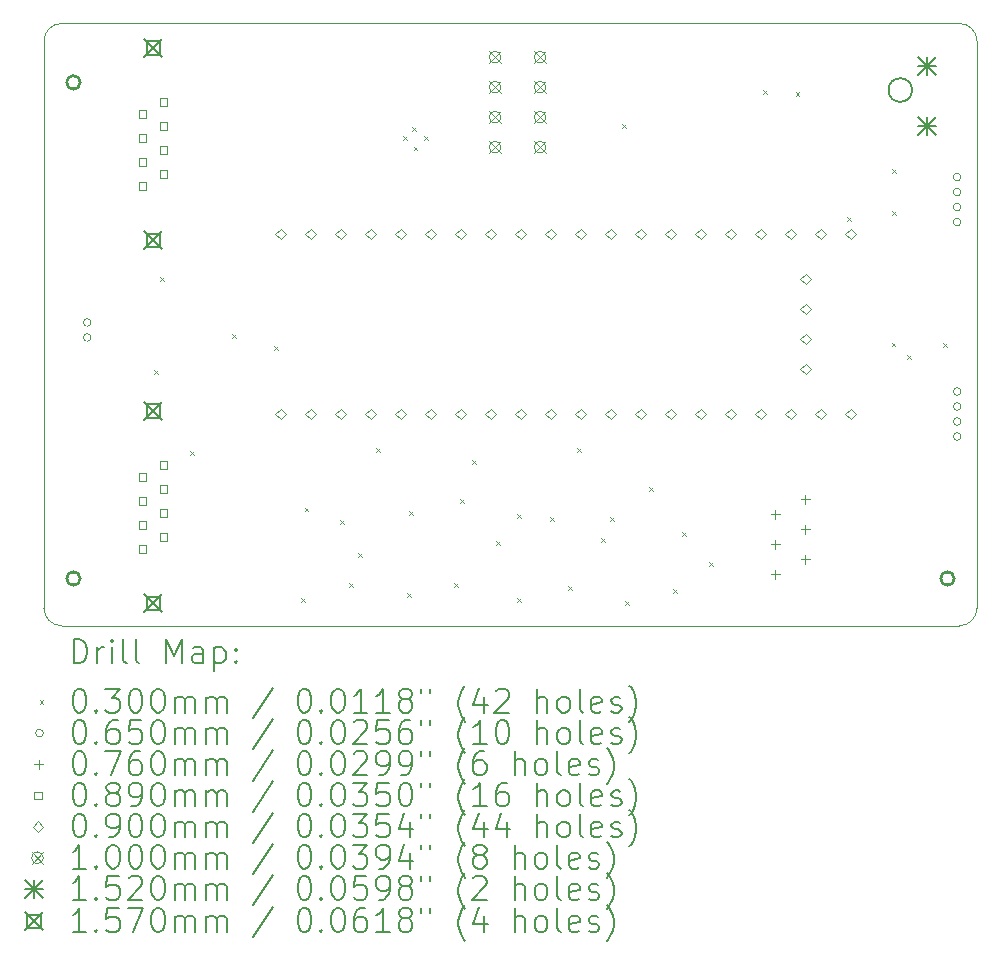
<source format=gbr>
%FSLAX45Y45*%
G04 Gerber Fmt 4.5, Leading zero omitted, Abs format (unit mm)*
G04 Created by KiCad (PCBNEW (6.0.0)) date 2022-01-05 17:08:32*
%MOMM*%
%LPD*%
G01*
G04 APERTURE LIST*
%TA.AperFunction,Profile*%
%ADD10C,0.200000*%
%TD*%
%TA.AperFunction,Profile*%
%ADD11C,0.249000*%
%TD*%
%TA.AperFunction,Profile*%
%ADD12C,0.100000*%
%TD*%
%ADD13C,0.200000*%
%ADD14C,0.030000*%
%ADD15C,0.065000*%
%ADD16C,0.076000*%
%ADD17C,0.089000*%
%ADD18C,0.090000*%
%ADD19C,0.100000*%
%ADD20C,0.152000*%
%ADD21C,0.157000*%
G04 APERTURE END LIST*
D10*
X17500600Y-7264400D02*
G75*
G03*
X17500600Y-7264400I-100000J0D01*
G01*
D11*
X10457600Y-11400000D02*
G75*
G03*
X10457600Y-11400000I-57600J0D01*
G01*
X10457600Y-7200000D02*
G75*
G03*
X10457600Y-7200000I-57600J0D01*
G01*
X17857600Y-11400000D02*
G75*
G03*
X17857600Y-11400000I-57600J0D01*
G01*
D12*
X10300000Y-6700000D02*
G75*
G03*
X10150000Y-6850000I0J-150000D01*
G01*
X10150000Y-6850000D02*
X10150000Y-11650000D01*
X18050000Y-11650000D02*
X18050000Y-6850000D01*
X17900000Y-6700000D02*
X10300000Y-6700000D01*
X10300000Y-11800000D02*
X17900000Y-11800000D01*
X10150000Y-11650000D02*
G75*
G03*
X10300000Y-11800000I150000J0D01*
G01*
X18050000Y-6850000D02*
G75*
G03*
X17900000Y-6700000I-150000J0D01*
G01*
X17900000Y-11800000D02*
G75*
G03*
X18050000Y-11650000I0J150000D01*
G01*
D13*
D14*
X11084800Y-9637000D02*
X11114800Y-9667000D01*
X11114800Y-9637000D02*
X11084800Y-9667000D01*
X11135600Y-8849600D02*
X11165600Y-8879600D01*
X11165600Y-8849600D02*
X11135600Y-8879600D01*
X11389600Y-10321550D02*
X11419600Y-10351550D01*
X11419600Y-10321550D02*
X11389600Y-10351550D01*
X11745200Y-9332200D02*
X11775200Y-9362200D01*
X11775200Y-9332200D02*
X11745200Y-9362200D01*
X12100800Y-9433800D02*
X12130800Y-9463800D01*
X12130800Y-9433800D02*
X12100800Y-9463800D01*
X12329400Y-11567400D02*
X12359400Y-11597400D01*
X12359400Y-11567400D02*
X12329400Y-11597400D01*
X12358500Y-10801700D02*
X12388500Y-10831700D01*
X12388500Y-10801700D02*
X12358500Y-10831700D01*
X12659600Y-10907000D02*
X12689600Y-10937000D01*
X12689600Y-10907000D02*
X12659600Y-10937000D01*
X12735800Y-11440400D02*
X12765800Y-11470400D01*
X12765800Y-11440400D02*
X12735800Y-11470400D01*
X12812000Y-11186400D02*
X12842000Y-11216400D01*
X12842000Y-11186400D02*
X12812000Y-11216400D01*
X12964400Y-10298650D02*
X12994400Y-10328650D01*
X12994400Y-10298650D02*
X12964400Y-10328650D01*
X13193000Y-7655800D02*
X13223000Y-7685800D01*
X13223000Y-7655800D02*
X13193000Y-7685800D01*
X13227300Y-11525500D02*
X13257300Y-11555500D01*
X13257300Y-11525500D02*
X13227300Y-11555500D01*
X13243800Y-10830800D02*
X13273800Y-10860800D01*
X13273800Y-10830800D02*
X13243800Y-10860800D01*
X13269200Y-7579600D02*
X13299200Y-7609600D01*
X13299200Y-7579600D02*
X13269200Y-7609600D01*
X13281900Y-7744700D02*
X13311900Y-7774700D01*
X13311900Y-7744700D02*
X13281900Y-7774700D01*
X13370800Y-7655800D02*
X13400800Y-7685800D01*
X13400800Y-7655800D02*
X13370800Y-7685800D01*
X13624800Y-11440400D02*
X13654800Y-11470400D01*
X13654800Y-11440400D02*
X13624800Y-11470400D01*
X13675600Y-10729200D02*
X13705600Y-10759200D01*
X13705600Y-10729200D02*
X13675600Y-10759200D01*
X13777200Y-10399000D02*
X13807200Y-10429000D01*
X13807200Y-10399000D02*
X13777200Y-10429000D01*
X13980400Y-11084800D02*
X14010400Y-11114800D01*
X14010400Y-11084800D02*
X13980400Y-11114800D01*
X14158200Y-10856200D02*
X14188200Y-10886200D01*
X14188200Y-10856200D02*
X14158200Y-10886200D01*
X14158200Y-11567400D02*
X14188200Y-11597400D01*
X14188200Y-11567400D02*
X14158200Y-11597400D01*
X14437600Y-10881600D02*
X14467600Y-10911600D01*
X14467600Y-10881600D02*
X14437600Y-10911600D01*
X14590000Y-11465800D02*
X14620000Y-11495800D01*
X14620000Y-11465800D02*
X14590000Y-11495800D01*
X14666200Y-10297400D02*
X14696200Y-10327400D01*
X14696200Y-10297400D02*
X14666200Y-10327400D01*
X14869400Y-11059400D02*
X14899400Y-11089400D01*
X14899400Y-11059400D02*
X14869400Y-11089400D01*
X14945600Y-10881600D02*
X14975600Y-10911600D01*
X14975600Y-10881600D02*
X14945600Y-10911600D01*
X15047200Y-7554200D02*
X15077200Y-7584200D01*
X15077200Y-7554200D02*
X15047200Y-7584200D01*
X15072600Y-11592800D02*
X15102600Y-11622800D01*
X15102600Y-11592800D02*
X15072600Y-11622800D01*
X15275800Y-10627600D02*
X15305800Y-10657600D01*
X15305800Y-10627600D02*
X15275800Y-10657600D01*
X15479000Y-11491200D02*
X15509000Y-11521200D01*
X15509000Y-11491200D02*
X15479000Y-11521200D01*
X15555200Y-11008600D02*
X15585200Y-11038600D01*
X15585200Y-11008600D02*
X15555200Y-11038600D01*
X15783800Y-11262600D02*
X15813800Y-11292600D01*
X15813800Y-11262600D02*
X15783800Y-11292600D01*
X16240788Y-7268150D02*
X16270788Y-7298150D01*
X16270788Y-7268150D02*
X16240788Y-7298150D01*
X16516066Y-7280650D02*
X16546066Y-7310650D01*
X16546066Y-7280650D02*
X16516066Y-7310650D01*
X16952200Y-8341600D02*
X16982200Y-8371600D01*
X16982200Y-8341600D02*
X16952200Y-8371600D01*
X17329800Y-9405000D02*
X17359800Y-9435000D01*
X17359800Y-9405000D02*
X17329800Y-9435000D01*
X17333200Y-7935200D02*
X17363200Y-7965200D01*
X17363200Y-7935200D02*
X17333200Y-7965200D01*
X17333200Y-8290800D02*
X17363200Y-8320800D01*
X17363200Y-8290800D02*
X17333200Y-8320800D01*
X17460200Y-9510000D02*
X17490200Y-9540000D01*
X17490200Y-9510000D02*
X17460200Y-9540000D01*
X17765000Y-9408400D02*
X17795000Y-9438400D01*
X17795000Y-9408400D02*
X17765000Y-9438400D01*
D15*
X10548100Y-9231400D02*
G75*
G03*
X10548100Y-9231400I-32500J0D01*
G01*
X10548100Y-9358400D02*
G75*
G03*
X10548100Y-9358400I-32500J0D01*
G01*
X17914100Y-8001000D02*
G75*
G03*
X17914100Y-8001000I-32500J0D01*
G01*
X17914100Y-8128000D02*
G75*
G03*
X17914100Y-8128000I-32500J0D01*
G01*
X17914100Y-8255000D02*
G75*
G03*
X17914100Y-8255000I-32500J0D01*
G01*
X17914100Y-8382000D02*
G75*
G03*
X17914100Y-8382000I-32500J0D01*
G01*
X17914100Y-9817600D02*
G75*
G03*
X17914100Y-9817600I-32500J0D01*
G01*
X17914100Y-9944600D02*
G75*
G03*
X17914100Y-9944600I-32500J0D01*
G01*
X17914100Y-10071600D02*
G75*
G03*
X17914100Y-10071600I-32500J0D01*
G01*
X17914100Y-10198600D02*
G75*
G03*
X17914100Y-10198600I-32500J0D01*
G01*
D16*
X16342600Y-10820000D02*
X16342600Y-10896000D01*
X16304600Y-10858000D02*
X16380600Y-10858000D01*
X16342600Y-11074000D02*
X16342600Y-11150000D01*
X16304600Y-11112000D02*
X16380600Y-11112000D01*
X16342600Y-11328000D02*
X16342600Y-11404000D01*
X16304600Y-11366000D02*
X16380600Y-11366000D01*
X16596600Y-10693000D02*
X16596600Y-10769000D01*
X16558600Y-10731000D02*
X16634600Y-10731000D01*
X16596600Y-10947000D02*
X16596600Y-11023000D01*
X16558600Y-10985000D02*
X16634600Y-10985000D01*
X16596600Y-11201000D02*
X16596600Y-11277000D01*
X16558600Y-11239000D02*
X16634600Y-11239000D01*
D17*
X11016767Y-7499467D02*
X11016767Y-7436533D01*
X10953833Y-7436533D01*
X10953833Y-7499467D01*
X11016767Y-7499467D01*
X11016767Y-7702667D02*
X11016767Y-7639733D01*
X10953833Y-7639733D01*
X10953833Y-7702667D01*
X11016767Y-7702667D01*
X11016767Y-7905867D02*
X11016767Y-7842933D01*
X10953833Y-7842933D01*
X10953833Y-7905867D01*
X11016767Y-7905867D01*
X11016767Y-8109067D02*
X11016767Y-8046133D01*
X10953833Y-8046133D01*
X10953833Y-8109067D01*
X11016767Y-8109067D01*
X11016767Y-10572867D02*
X11016767Y-10509933D01*
X10953833Y-10509933D01*
X10953833Y-10572867D01*
X11016767Y-10572867D01*
X11016767Y-10776067D02*
X11016767Y-10713133D01*
X10953833Y-10713133D01*
X10953833Y-10776067D01*
X11016767Y-10776067D01*
X11016767Y-10979267D02*
X11016767Y-10916333D01*
X10953833Y-10916333D01*
X10953833Y-10979267D01*
X11016767Y-10979267D01*
X11016767Y-11182467D02*
X11016767Y-11119533D01*
X10953833Y-11119533D01*
X10953833Y-11182467D01*
X11016767Y-11182467D01*
X11194767Y-7397867D02*
X11194767Y-7334933D01*
X11131833Y-7334933D01*
X11131833Y-7397867D01*
X11194767Y-7397867D01*
X11194767Y-7601067D02*
X11194767Y-7538133D01*
X11131833Y-7538133D01*
X11131833Y-7601067D01*
X11194767Y-7601067D01*
X11194767Y-7804267D02*
X11194767Y-7741333D01*
X11131833Y-7741333D01*
X11131833Y-7804267D01*
X11194767Y-7804267D01*
X11194767Y-8007467D02*
X11194767Y-7944533D01*
X11131833Y-7944533D01*
X11131833Y-8007467D01*
X11194767Y-8007467D01*
X11194767Y-10471267D02*
X11194767Y-10408333D01*
X11131833Y-10408333D01*
X11131833Y-10471267D01*
X11194767Y-10471267D01*
X11194767Y-10674467D02*
X11194767Y-10611533D01*
X11131833Y-10611533D01*
X11131833Y-10674467D01*
X11194767Y-10674467D01*
X11194767Y-10877667D02*
X11194767Y-10814733D01*
X11131833Y-10814733D01*
X11131833Y-10877667D01*
X11194767Y-10877667D01*
X11194767Y-11080867D02*
X11194767Y-11017933D01*
X11131833Y-11017933D01*
X11131833Y-11080867D01*
X11194767Y-11080867D01*
D18*
X12153900Y-8528600D02*
X12198900Y-8483600D01*
X12153900Y-8438600D01*
X12108900Y-8483600D01*
X12153900Y-8528600D01*
X12153900Y-10052600D02*
X12198900Y-10007600D01*
X12153900Y-9962600D01*
X12108900Y-10007600D01*
X12153900Y-10052600D01*
X12407900Y-8528600D02*
X12452900Y-8483600D01*
X12407900Y-8438600D01*
X12362900Y-8483600D01*
X12407900Y-8528600D01*
X12407900Y-10052600D02*
X12452900Y-10007600D01*
X12407900Y-9962600D01*
X12362900Y-10007600D01*
X12407900Y-10052600D01*
X12661900Y-8528600D02*
X12706900Y-8483600D01*
X12661900Y-8438600D01*
X12616900Y-8483600D01*
X12661900Y-8528600D01*
X12661900Y-10052600D02*
X12706900Y-10007600D01*
X12661900Y-9962600D01*
X12616900Y-10007600D01*
X12661900Y-10052600D01*
X12915900Y-8528600D02*
X12960900Y-8483600D01*
X12915900Y-8438600D01*
X12870900Y-8483600D01*
X12915900Y-8528600D01*
X12915900Y-10052600D02*
X12960900Y-10007600D01*
X12915900Y-9962600D01*
X12870900Y-10007600D01*
X12915900Y-10052600D01*
X13169900Y-8528600D02*
X13214900Y-8483600D01*
X13169900Y-8438600D01*
X13124900Y-8483600D01*
X13169900Y-8528600D01*
X13169900Y-10052600D02*
X13214900Y-10007600D01*
X13169900Y-9962600D01*
X13124900Y-10007600D01*
X13169900Y-10052600D01*
X13423900Y-8528600D02*
X13468900Y-8483600D01*
X13423900Y-8438600D01*
X13378900Y-8483600D01*
X13423900Y-8528600D01*
X13423900Y-10052600D02*
X13468900Y-10007600D01*
X13423900Y-9962600D01*
X13378900Y-10007600D01*
X13423900Y-10052600D01*
X13677900Y-8528600D02*
X13722900Y-8483600D01*
X13677900Y-8438600D01*
X13632900Y-8483600D01*
X13677900Y-8528600D01*
X13677900Y-10052600D02*
X13722900Y-10007600D01*
X13677900Y-9962600D01*
X13632900Y-10007600D01*
X13677900Y-10052600D01*
X13931900Y-8528600D02*
X13976900Y-8483600D01*
X13931900Y-8438600D01*
X13886900Y-8483600D01*
X13931900Y-8528600D01*
X13931900Y-10052600D02*
X13976900Y-10007600D01*
X13931900Y-9962600D01*
X13886900Y-10007600D01*
X13931900Y-10052600D01*
X14185900Y-8528600D02*
X14230900Y-8483600D01*
X14185900Y-8438600D01*
X14140900Y-8483600D01*
X14185900Y-8528600D01*
X14185900Y-10052600D02*
X14230900Y-10007600D01*
X14185900Y-9962600D01*
X14140900Y-10007600D01*
X14185900Y-10052600D01*
X14439900Y-8528600D02*
X14484900Y-8483600D01*
X14439900Y-8438600D01*
X14394900Y-8483600D01*
X14439900Y-8528600D01*
X14439900Y-10052600D02*
X14484900Y-10007600D01*
X14439900Y-9962600D01*
X14394900Y-10007600D01*
X14439900Y-10052600D01*
X14693900Y-8528600D02*
X14738900Y-8483600D01*
X14693900Y-8438600D01*
X14648900Y-8483600D01*
X14693900Y-8528600D01*
X14693900Y-10052600D02*
X14738900Y-10007600D01*
X14693900Y-9962600D01*
X14648900Y-10007600D01*
X14693900Y-10052600D01*
X14947900Y-8528600D02*
X14992900Y-8483600D01*
X14947900Y-8438600D01*
X14902900Y-8483600D01*
X14947900Y-8528600D01*
X14947900Y-10052600D02*
X14992900Y-10007600D01*
X14947900Y-9962600D01*
X14902900Y-10007600D01*
X14947900Y-10052600D01*
X15201900Y-8528600D02*
X15246900Y-8483600D01*
X15201900Y-8438600D01*
X15156900Y-8483600D01*
X15201900Y-8528600D01*
X15201900Y-10052600D02*
X15246900Y-10007600D01*
X15201900Y-9962600D01*
X15156900Y-10007600D01*
X15201900Y-10052600D01*
X15455900Y-8528600D02*
X15500900Y-8483600D01*
X15455900Y-8438600D01*
X15410900Y-8483600D01*
X15455900Y-8528600D01*
X15455900Y-10052600D02*
X15500900Y-10007600D01*
X15455900Y-9962600D01*
X15410900Y-10007600D01*
X15455900Y-10052600D01*
X15709900Y-8528600D02*
X15754900Y-8483600D01*
X15709900Y-8438600D01*
X15664900Y-8483600D01*
X15709900Y-8528600D01*
X15709900Y-10052600D02*
X15754900Y-10007600D01*
X15709900Y-9962600D01*
X15664900Y-10007600D01*
X15709900Y-10052600D01*
X15963900Y-8528600D02*
X16008900Y-8483600D01*
X15963900Y-8438600D01*
X15918900Y-8483600D01*
X15963900Y-8528600D01*
X15963900Y-10052600D02*
X16008900Y-10007600D01*
X15963900Y-9962600D01*
X15918900Y-10007600D01*
X15963900Y-10052600D01*
X16217900Y-8528600D02*
X16262900Y-8483600D01*
X16217900Y-8438600D01*
X16172900Y-8483600D01*
X16217900Y-8528600D01*
X16217900Y-10052600D02*
X16262900Y-10007600D01*
X16217900Y-9962600D01*
X16172900Y-10007600D01*
X16217900Y-10052600D01*
X16471900Y-8528600D02*
X16516900Y-8483600D01*
X16471900Y-8438600D01*
X16426900Y-8483600D01*
X16471900Y-8528600D01*
X16471900Y-10052600D02*
X16516900Y-10007600D01*
X16471900Y-9962600D01*
X16426900Y-10007600D01*
X16471900Y-10052600D01*
X16598900Y-8909600D02*
X16643900Y-8864600D01*
X16598900Y-8819600D01*
X16553900Y-8864600D01*
X16598900Y-8909600D01*
X16598900Y-9163600D02*
X16643900Y-9118600D01*
X16598900Y-9073600D01*
X16553900Y-9118600D01*
X16598900Y-9163600D01*
X16598900Y-9417600D02*
X16643900Y-9372600D01*
X16598900Y-9327600D01*
X16553900Y-9372600D01*
X16598900Y-9417600D01*
X16598900Y-9671600D02*
X16643900Y-9626600D01*
X16598900Y-9581600D01*
X16553900Y-9626600D01*
X16598900Y-9671600D01*
X16725900Y-8528600D02*
X16770900Y-8483600D01*
X16725900Y-8438600D01*
X16680900Y-8483600D01*
X16725900Y-8528600D01*
X16725900Y-10052600D02*
X16770900Y-10007600D01*
X16725900Y-9962600D01*
X16680900Y-10007600D01*
X16725900Y-10052600D01*
X16979900Y-8528600D02*
X17024900Y-8483600D01*
X16979900Y-8438600D01*
X16934900Y-8483600D01*
X16979900Y-8528600D01*
X16979900Y-10052600D02*
X17024900Y-10007600D01*
X16979900Y-9962600D01*
X16934900Y-10007600D01*
X16979900Y-10052600D01*
D19*
X13920000Y-6936000D02*
X14020000Y-7036000D01*
X14020000Y-6936000D02*
X13920000Y-7036000D01*
X14020000Y-6986000D02*
G75*
G03*
X14020000Y-6986000I-50000J0D01*
G01*
X13920000Y-7190000D02*
X14020000Y-7290000D01*
X14020000Y-7190000D02*
X13920000Y-7290000D01*
X14020000Y-7240000D02*
G75*
G03*
X14020000Y-7240000I-50000J0D01*
G01*
X13920000Y-7444000D02*
X14020000Y-7544000D01*
X14020000Y-7444000D02*
X13920000Y-7544000D01*
X14020000Y-7494000D02*
G75*
G03*
X14020000Y-7494000I-50000J0D01*
G01*
X13920000Y-7698000D02*
X14020000Y-7798000D01*
X14020000Y-7698000D02*
X13920000Y-7798000D01*
X14020000Y-7748000D02*
G75*
G03*
X14020000Y-7748000I-50000J0D01*
G01*
X14301000Y-6936000D02*
X14401000Y-7036000D01*
X14401000Y-6936000D02*
X14301000Y-7036000D01*
X14401000Y-6986000D02*
G75*
G03*
X14401000Y-6986000I-50000J0D01*
G01*
X14301000Y-7190000D02*
X14401000Y-7290000D01*
X14401000Y-7190000D02*
X14301000Y-7290000D01*
X14401000Y-7240000D02*
G75*
G03*
X14401000Y-7240000I-50000J0D01*
G01*
X14301000Y-7444000D02*
X14401000Y-7544000D01*
X14401000Y-7444000D02*
X14301000Y-7544000D01*
X14401000Y-7494000D02*
G75*
G03*
X14401000Y-7494000I-50000J0D01*
G01*
X14301000Y-7698000D02*
X14401000Y-7798000D01*
X14401000Y-7698000D02*
X14301000Y-7798000D01*
X14401000Y-7748000D02*
G75*
G03*
X14401000Y-7748000I-50000J0D01*
G01*
D20*
X17551600Y-6985200D02*
X17703600Y-7137200D01*
X17703600Y-6985200D02*
X17551600Y-7137200D01*
X17627600Y-6985200D02*
X17627600Y-7137200D01*
X17551600Y-7061200D02*
X17703600Y-7061200D01*
X17551600Y-7493200D02*
X17703600Y-7645200D01*
X17703600Y-7493200D02*
X17551600Y-7645200D01*
X17627600Y-7493200D02*
X17627600Y-7645200D01*
X17551600Y-7569200D02*
X17703600Y-7569200D01*
D21*
X10995800Y-6830100D02*
X11152800Y-6987100D01*
X11152800Y-6830100D02*
X10995800Y-6987100D01*
X11129808Y-6964108D02*
X11129808Y-6853092D01*
X11018792Y-6853092D01*
X11018792Y-6964108D01*
X11129808Y-6964108D01*
X10995800Y-8456100D02*
X11152800Y-8613100D01*
X11152800Y-8456100D02*
X10995800Y-8613100D01*
X11129808Y-8590108D02*
X11129808Y-8479092D01*
X11018792Y-8479092D01*
X11018792Y-8590108D01*
X11129808Y-8590108D01*
X10995800Y-9903500D02*
X11152800Y-10060500D01*
X11152800Y-9903500D02*
X10995800Y-10060500D01*
X11129808Y-10037508D02*
X11129808Y-9926492D01*
X11018792Y-9926492D01*
X11018792Y-10037508D01*
X11129808Y-10037508D01*
X10995800Y-11529500D02*
X11152800Y-11686500D01*
X11152800Y-11529500D02*
X10995800Y-11686500D01*
X11129808Y-11663508D02*
X11129808Y-11552492D01*
X11018792Y-11552492D01*
X11018792Y-11663508D01*
X11129808Y-11663508D01*
D13*
X10402619Y-12115476D02*
X10402619Y-11915476D01*
X10450238Y-11915476D01*
X10478810Y-11925000D01*
X10497857Y-11944048D01*
X10507381Y-11963095D01*
X10516905Y-12001190D01*
X10516905Y-12029762D01*
X10507381Y-12067857D01*
X10497857Y-12086905D01*
X10478810Y-12105952D01*
X10450238Y-12115476D01*
X10402619Y-12115476D01*
X10602619Y-12115476D02*
X10602619Y-11982143D01*
X10602619Y-12020238D02*
X10612143Y-12001190D01*
X10621667Y-11991667D01*
X10640714Y-11982143D01*
X10659762Y-11982143D01*
X10726429Y-12115476D02*
X10726429Y-11982143D01*
X10726429Y-11915476D02*
X10716905Y-11925000D01*
X10726429Y-11934524D01*
X10735952Y-11925000D01*
X10726429Y-11915476D01*
X10726429Y-11934524D01*
X10850238Y-12115476D02*
X10831190Y-12105952D01*
X10821667Y-12086905D01*
X10821667Y-11915476D01*
X10955000Y-12115476D02*
X10935952Y-12105952D01*
X10926429Y-12086905D01*
X10926429Y-11915476D01*
X11183571Y-12115476D02*
X11183571Y-11915476D01*
X11250238Y-12058333D01*
X11316905Y-11915476D01*
X11316905Y-12115476D01*
X11497857Y-12115476D02*
X11497857Y-12010714D01*
X11488333Y-11991667D01*
X11469286Y-11982143D01*
X11431190Y-11982143D01*
X11412143Y-11991667D01*
X11497857Y-12105952D02*
X11478809Y-12115476D01*
X11431190Y-12115476D01*
X11412143Y-12105952D01*
X11402619Y-12086905D01*
X11402619Y-12067857D01*
X11412143Y-12048809D01*
X11431190Y-12039286D01*
X11478809Y-12039286D01*
X11497857Y-12029762D01*
X11593095Y-11982143D02*
X11593095Y-12182143D01*
X11593095Y-11991667D02*
X11612143Y-11982143D01*
X11650238Y-11982143D01*
X11669286Y-11991667D01*
X11678809Y-12001190D01*
X11688333Y-12020238D01*
X11688333Y-12077381D01*
X11678809Y-12096428D01*
X11669286Y-12105952D01*
X11650238Y-12115476D01*
X11612143Y-12115476D01*
X11593095Y-12105952D01*
X11774048Y-12096428D02*
X11783571Y-12105952D01*
X11774048Y-12115476D01*
X11764524Y-12105952D01*
X11774048Y-12096428D01*
X11774048Y-12115476D01*
X11774048Y-11991667D02*
X11783571Y-12001190D01*
X11774048Y-12010714D01*
X11764524Y-12001190D01*
X11774048Y-11991667D01*
X11774048Y-12010714D01*
D14*
X10115000Y-12430000D02*
X10145000Y-12460000D01*
X10145000Y-12430000D02*
X10115000Y-12460000D01*
D13*
X10440714Y-12335476D02*
X10459762Y-12335476D01*
X10478810Y-12345000D01*
X10488333Y-12354524D01*
X10497857Y-12373571D01*
X10507381Y-12411667D01*
X10507381Y-12459286D01*
X10497857Y-12497381D01*
X10488333Y-12516428D01*
X10478810Y-12525952D01*
X10459762Y-12535476D01*
X10440714Y-12535476D01*
X10421667Y-12525952D01*
X10412143Y-12516428D01*
X10402619Y-12497381D01*
X10393095Y-12459286D01*
X10393095Y-12411667D01*
X10402619Y-12373571D01*
X10412143Y-12354524D01*
X10421667Y-12345000D01*
X10440714Y-12335476D01*
X10593095Y-12516428D02*
X10602619Y-12525952D01*
X10593095Y-12535476D01*
X10583571Y-12525952D01*
X10593095Y-12516428D01*
X10593095Y-12535476D01*
X10669286Y-12335476D02*
X10793095Y-12335476D01*
X10726429Y-12411667D01*
X10755000Y-12411667D01*
X10774048Y-12421190D01*
X10783571Y-12430714D01*
X10793095Y-12449762D01*
X10793095Y-12497381D01*
X10783571Y-12516428D01*
X10774048Y-12525952D01*
X10755000Y-12535476D01*
X10697857Y-12535476D01*
X10678810Y-12525952D01*
X10669286Y-12516428D01*
X10916905Y-12335476D02*
X10935952Y-12335476D01*
X10955000Y-12345000D01*
X10964524Y-12354524D01*
X10974048Y-12373571D01*
X10983571Y-12411667D01*
X10983571Y-12459286D01*
X10974048Y-12497381D01*
X10964524Y-12516428D01*
X10955000Y-12525952D01*
X10935952Y-12535476D01*
X10916905Y-12535476D01*
X10897857Y-12525952D01*
X10888333Y-12516428D01*
X10878810Y-12497381D01*
X10869286Y-12459286D01*
X10869286Y-12411667D01*
X10878810Y-12373571D01*
X10888333Y-12354524D01*
X10897857Y-12345000D01*
X10916905Y-12335476D01*
X11107381Y-12335476D02*
X11126429Y-12335476D01*
X11145476Y-12345000D01*
X11155000Y-12354524D01*
X11164524Y-12373571D01*
X11174048Y-12411667D01*
X11174048Y-12459286D01*
X11164524Y-12497381D01*
X11155000Y-12516428D01*
X11145476Y-12525952D01*
X11126429Y-12535476D01*
X11107381Y-12535476D01*
X11088333Y-12525952D01*
X11078810Y-12516428D01*
X11069286Y-12497381D01*
X11059762Y-12459286D01*
X11059762Y-12411667D01*
X11069286Y-12373571D01*
X11078810Y-12354524D01*
X11088333Y-12345000D01*
X11107381Y-12335476D01*
X11259762Y-12535476D02*
X11259762Y-12402143D01*
X11259762Y-12421190D02*
X11269286Y-12411667D01*
X11288333Y-12402143D01*
X11316905Y-12402143D01*
X11335952Y-12411667D01*
X11345476Y-12430714D01*
X11345476Y-12535476D01*
X11345476Y-12430714D02*
X11355000Y-12411667D01*
X11374048Y-12402143D01*
X11402619Y-12402143D01*
X11421667Y-12411667D01*
X11431190Y-12430714D01*
X11431190Y-12535476D01*
X11526428Y-12535476D02*
X11526428Y-12402143D01*
X11526428Y-12421190D02*
X11535952Y-12411667D01*
X11555000Y-12402143D01*
X11583571Y-12402143D01*
X11602619Y-12411667D01*
X11612143Y-12430714D01*
X11612143Y-12535476D01*
X11612143Y-12430714D02*
X11621667Y-12411667D01*
X11640714Y-12402143D01*
X11669286Y-12402143D01*
X11688333Y-12411667D01*
X11697857Y-12430714D01*
X11697857Y-12535476D01*
X12088333Y-12325952D02*
X11916905Y-12583095D01*
X12345476Y-12335476D02*
X12364524Y-12335476D01*
X12383571Y-12345000D01*
X12393095Y-12354524D01*
X12402619Y-12373571D01*
X12412143Y-12411667D01*
X12412143Y-12459286D01*
X12402619Y-12497381D01*
X12393095Y-12516428D01*
X12383571Y-12525952D01*
X12364524Y-12535476D01*
X12345476Y-12535476D01*
X12326428Y-12525952D01*
X12316905Y-12516428D01*
X12307381Y-12497381D01*
X12297857Y-12459286D01*
X12297857Y-12411667D01*
X12307381Y-12373571D01*
X12316905Y-12354524D01*
X12326428Y-12345000D01*
X12345476Y-12335476D01*
X12497857Y-12516428D02*
X12507381Y-12525952D01*
X12497857Y-12535476D01*
X12488333Y-12525952D01*
X12497857Y-12516428D01*
X12497857Y-12535476D01*
X12631190Y-12335476D02*
X12650238Y-12335476D01*
X12669286Y-12345000D01*
X12678809Y-12354524D01*
X12688333Y-12373571D01*
X12697857Y-12411667D01*
X12697857Y-12459286D01*
X12688333Y-12497381D01*
X12678809Y-12516428D01*
X12669286Y-12525952D01*
X12650238Y-12535476D01*
X12631190Y-12535476D01*
X12612143Y-12525952D01*
X12602619Y-12516428D01*
X12593095Y-12497381D01*
X12583571Y-12459286D01*
X12583571Y-12411667D01*
X12593095Y-12373571D01*
X12602619Y-12354524D01*
X12612143Y-12345000D01*
X12631190Y-12335476D01*
X12888333Y-12535476D02*
X12774048Y-12535476D01*
X12831190Y-12535476D02*
X12831190Y-12335476D01*
X12812143Y-12364048D01*
X12793095Y-12383095D01*
X12774048Y-12392619D01*
X13078809Y-12535476D02*
X12964524Y-12535476D01*
X13021667Y-12535476D02*
X13021667Y-12335476D01*
X13002619Y-12364048D01*
X12983571Y-12383095D01*
X12964524Y-12392619D01*
X13193095Y-12421190D02*
X13174048Y-12411667D01*
X13164524Y-12402143D01*
X13155000Y-12383095D01*
X13155000Y-12373571D01*
X13164524Y-12354524D01*
X13174048Y-12345000D01*
X13193095Y-12335476D01*
X13231190Y-12335476D01*
X13250238Y-12345000D01*
X13259762Y-12354524D01*
X13269286Y-12373571D01*
X13269286Y-12383095D01*
X13259762Y-12402143D01*
X13250238Y-12411667D01*
X13231190Y-12421190D01*
X13193095Y-12421190D01*
X13174048Y-12430714D01*
X13164524Y-12440238D01*
X13155000Y-12459286D01*
X13155000Y-12497381D01*
X13164524Y-12516428D01*
X13174048Y-12525952D01*
X13193095Y-12535476D01*
X13231190Y-12535476D01*
X13250238Y-12525952D01*
X13259762Y-12516428D01*
X13269286Y-12497381D01*
X13269286Y-12459286D01*
X13259762Y-12440238D01*
X13250238Y-12430714D01*
X13231190Y-12421190D01*
X13345476Y-12335476D02*
X13345476Y-12373571D01*
X13421667Y-12335476D02*
X13421667Y-12373571D01*
X13716905Y-12611667D02*
X13707381Y-12602143D01*
X13688333Y-12573571D01*
X13678809Y-12554524D01*
X13669286Y-12525952D01*
X13659762Y-12478333D01*
X13659762Y-12440238D01*
X13669286Y-12392619D01*
X13678809Y-12364048D01*
X13688333Y-12345000D01*
X13707381Y-12316428D01*
X13716905Y-12306905D01*
X13878809Y-12402143D02*
X13878809Y-12535476D01*
X13831190Y-12325952D02*
X13783571Y-12468809D01*
X13907381Y-12468809D01*
X13974048Y-12354524D02*
X13983571Y-12345000D01*
X14002619Y-12335476D01*
X14050238Y-12335476D01*
X14069286Y-12345000D01*
X14078809Y-12354524D01*
X14088333Y-12373571D01*
X14088333Y-12392619D01*
X14078809Y-12421190D01*
X13964524Y-12535476D01*
X14088333Y-12535476D01*
X14326428Y-12535476D02*
X14326428Y-12335476D01*
X14412143Y-12535476D02*
X14412143Y-12430714D01*
X14402619Y-12411667D01*
X14383571Y-12402143D01*
X14355000Y-12402143D01*
X14335952Y-12411667D01*
X14326428Y-12421190D01*
X14535952Y-12535476D02*
X14516905Y-12525952D01*
X14507381Y-12516428D01*
X14497857Y-12497381D01*
X14497857Y-12440238D01*
X14507381Y-12421190D01*
X14516905Y-12411667D01*
X14535952Y-12402143D01*
X14564524Y-12402143D01*
X14583571Y-12411667D01*
X14593095Y-12421190D01*
X14602619Y-12440238D01*
X14602619Y-12497381D01*
X14593095Y-12516428D01*
X14583571Y-12525952D01*
X14564524Y-12535476D01*
X14535952Y-12535476D01*
X14716905Y-12535476D02*
X14697857Y-12525952D01*
X14688333Y-12506905D01*
X14688333Y-12335476D01*
X14869286Y-12525952D02*
X14850238Y-12535476D01*
X14812143Y-12535476D01*
X14793095Y-12525952D01*
X14783571Y-12506905D01*
X14783571Y-12430714D01*
X14793095Y-12411667D01*
X14812143Y-12402143D01*
X14850238Y-12402143D01*
X14869286Y-12411667D01*
X14878809Y-12430714D01*
X14878809Y-12449762D01*
X14783571Y-12468809D01*
X14955000Y-12525952D02*
X14974048Y-12535476D01*
X15012143Y-12535476D01*
X15031190Y-12525952D01*
X15040714Y-12506905D01*
X15040714Y-12497381D01*
X15031190Y-12478333D01*
X15012143Y-12468809D01*
X14983571Y-12468809D01*
X14964524Y-12459286D01*
X14955000Y-12440238D01*
X14955000Y-12430714D01*
X14964524Y-12411667D01*
X14983571Y-12402143D01*
X15012143Y-12402143D01*
X15031190Y-12411667D01*
X15107381Y-12611667D02*
X15116905Y-12602143D01*
X15135952Y-12573571D01*
X15145476Y-12554524D01*
X15155000Y-12525952D01*
X15164524Y-12478333D01*
X15164524Y-12440238D01*
X15155000Y-12392619D01*
X15145476Y-12364048D01*
X15135952Y-12345000D01*
X15116905Y-12316428D01*
X15107381Y-12306905D01*
D15*
X10145000Y-12709000D02*
G75*
G03*
X10145000Y-12709000I-32500J0D01*
G01*
D13*
X10440714Y-12599476D02*
X10459762Y-12599476D01*
X10478810Y-12609000D01*
X10488333Y-12618524D01*
X10497857Y-12637571D01*
X10507381Y-12675667D01*
X10507381Y-12723286D01*
X10497857Y-12761381D01*
X10488333Y-12780428D01*
X10478810Y-12789952D01*
X10459762Y-12799476D01*
X10440714Y-12799476D01*
X10421667Y-12789952D01*
X10412143Y-12780428D01*
X10402619Y-12761381D01*
X10393095Y-12723286D01*
X10393095Y-12675667D01*
X10402619Y-12637571D01*
X10412143Y-12618524D01*
X10421667Y-12609000D01*
X10440714Y-12599476D01*
X10593095Y-12780428D02*
X10602619Y-12789952D01*
X10593095Y-12799476D01*
X10583571Y-12789952D01*
X10593095Y-12780428D01*
X10593095Y-12799476D01*
X10774048Y-12599476D02*
X10735952Y-12599476D01*
X10716905Y-12609000D01*
X10707381Y-12618524D01*
X10688333Y-12647095D01*
X10678810Y-12685190D01*
X10678810Y-12761381D01*
X10688333Y-12780428D01*
X10697857Y-12789952D01*
X10716905Y-12799476D01*
X10755000Y-12799476D01*
X10774048Y-12789952D01*
X10783571Y-12780428D01*
X10793095Y-12761381D01*
X10793095Y-12713762D01*
X10783571Y-12694714D01*
X10774048Y-12685190D01*
X10755000Y-12675667D01*
X10716905Y-12675667D01*
X10697857Y-12685190D01*
X10688333Y-12694714D01*
X10678810Y-12713762D01*
X10974048Y-12599476D02*
X10878810Y-12599476D01*
X10869286Y-12694714D01*
X10878810Y-12685190D01*
X10897857Y-12675667D01*
X10945476Y-12675667D01*
X10964524Y-12685190D01*
X10974048Y-12694714D01*
X10983571Y-12713762D01*
X10983571Y-12761381D01*
X10974048Y-12780428D01*
X10964524Y-12789952D01*
X10945476Y-12799476D01*
X10897857Y-12799476D01*
X10878810Y-12789952D01*
X10869286Y-12780428D01*
X11107381Y-12599476D02*
X11126429Y-12599476D01*
X11145476Y-12609000D01*
X11155000Y-12618524D01*
X11164524Y-12637571D01*
X11174048Y-12675667D01*
X11174048Y-12723286D01*
X11164524Y-12761381D01*
X11155000Y-12780428D01*
X11145476Y-12789952D01*
X11126429Y-12799476D01*
X11107381Y-12799476D01*
X11088333Y-12789952D01*
X11078810Y-12780428D01*
X11069286Y-12761381D01*
X11059762Y-12723286D01*
X11059762Y-12675667D01*
X11069286Y-12637571D01*
X11078810Y-12618524D01*
X11088333Y-12609000D01*
X11107381Y-12599476D01*
X11259762Y-12799476D02*
X11259762Y-12666143D01*
X11259762Y-12685190D02*
X11269286Y-12675667D01*
X11288333Y-12666143D01*
X11316905Y-12666143D01*
X11335952Y-12675667D01*
X11345476Y-12694714D01*
X11345476Y-12799476D01*
X11345476Y-12694714D02*
X11355000Y-12675667D01*
X11374048Y-12666143D01*
X11402619Y-12666143D01*
X11421667Y-12675667D01*
X11431190Y-12694714D01*
X11431190Y-12799476D01*
X11526428Y-12799476D02*
X11526428Y-12666143D01*
X11526428Y-12685190D02*
X11535952Y-12675667D01*
X11555000Y-12666143D01*
X11583571Y-12666143D01*
X11602619Y-12675667D01*
X11612143Y-12694714D01*
X11612143Y-12799476D01*
X11612143Y-12694714D02*
X11621667Y-12675667D01*
X11640714Y-12666143D01*
X11669286Y-12666143D01*
X11688333Y-12675667D01*
X11697857Y-12694714D01*
X11697857Y-12799476D01*
X12088333Y-12589952D02*
X11916905Y-12847095D01*
X12345476Y-12599476D02*
X12364524Y-12599476D01*
X12383571Y-12609000D01*
X12393095Y-12618524D01*
X12402619Y-12637571D01*
X12412143Y-12675667D01*
X12412143Y-12723286D01*
X12402619Y-12761381D01*
X12393095Y-12780428D01*
X12383571Y-12789952D01*
X12364524Y-12799476D01*
X12345476Y-12799476D01*
X12326428Y-12789952D01*
X12316905Y-12780428D01*
X12307381Y-12761381D01*
X12297857Y-12723286D01*
X12297857Y-12675667D01*
X12307381Y-12637571D01*
X12316905Y-12618524D01*
X12326428Y-12609000D01*
X12345476Y-12599476D01*
X12497857Y-12780428D02*
X12507381Y-12789952D01*
X12497857Y-12799476D01*
X12488333Y-12789952D01*
X12497857Y-12780428D01*
X12497857Y-12799476D01*
X12631190Y-12599476D02*
X12650238Y-12599476D01*
X12669286Y-12609000D01*
X12678809Y-12618524D01*
X12688333Y-12637571D01*
X12697857Y-12675667D01*
X12697857Y-12723286D01*
X12688333Y-12761381D01*
X12678809Y-12780428D01*
X12669286Y-12789952D01*
X12650238Y-12799476D01*
X12631190Y-12799476D01*
X12612143Y-12789952D01*
X12602619Y-12780428D01*
X12593095Y-12761381D01*
X12583571Y-12723286D01*
X12583571Y-12675667D01*
X12593095Y-12637571D01*
X12602619Y-12618524D01*
X12612143Y-12609000D01*
X12631190Y-12599476D01*
X12774048Y-12618524D02*
X12783571Y-12609000D01*
X12802619Y-12599476D01*
X12850238Y-12599476D01*
X12869286Y-12609000D01*
X12878809Y-12618524D01*
X12888333Y-12637571D01*
X12888333Y-12656619D01*
X12878809Y-12685190D01*
X12764524Y-12799476D01*
X12888333Y-12799476D01*
X13069286Y-12599476D02*
X12974048Y-12599476D01*
X12964524Y-12694714D01*
X12974048Y-12685190D01*
X12993095Y-12675667D01*
X13040714Y-12675667D01*
X13059762Y-12685190D01*
X13069286Y-12694714D01*
X13078809Y-12713762D01*
X13078809Y-12761381D01*
X13069286Y-12780428D01*
X13059762Y-12789952D01*
X13040714Y-12799476D01*
X12993095Y-12799476D01*
X12974048Y-12789952D01*
X12964524Y-12780428D01*
X13250238Y-12599476D02*
X13212143Y-12599476D01*
X13193095Y-12609000D01*
X13183571Y-12618524D01*
X13164524Y-12647095D01*
X13155000Y-12685190D01*
X13155000Y-12761381D01*
X13164524Y-12780428D01*
X13174048Y-12789952D01*
X13193095Y-12799476D01*
X13231190Y-12799476D01*
X13250238Y-12789952D01*
X13259762Y-12780428D01*
X13269286Y-12761381D01*
X13269286Y-12713762D01*
X13259762Y-12694714D01*
X13250238Y-12685190D01*
X13231190Y-12675667D01*
X13193095Y-12675667D01*
X13174048Y-12685190D01*
X13164524Y-12694714D01*
X13155000Y-12713762D01*
X13345476Y-12599476D02*
X13345476Y-12637571D01*
X13421667Y-12599476D02*
X13421667Y-12637571D01*
X13716905Y-12875667D02*
X13707381Y-12866143D01*
X13688333Y-12837571D01*
X13678809Y-12818524D01*
X13669286Y-12789952D01*
X13659762Y-12742333D01*
X13659762Y-12704238D01*
X13669286Y-12656619D01*
X13678809Y-12628048D01*
X13688333Y-12609000D01*
X13707381Y-12580428D01*
X13716905Y-12570905D01*
X13897857Y-12799476D02*
X13783571Y-12799476D01*
X13840714Y-12799476D02*
X13840714Y-12599476D01*
X13821667Y-12628048D01*
X13802619Y-12647095D01*
X13783571Y-12656619D01*
X14021667Y-12599476D02*
X14040714Y-12599476D01*
X14059762Y-12609000D01*
X14069286Y-12618524D01*
X14078809Y-12637571D01*
X14088333Y-12675667D01*
X14088333Y-12723286D01*
X14078809Y-12761381D01*
X14069286Y-12780428D01*
X14059762Y-12789952D01*
X14040714Y-12799476D01*
X14021667Y-12799476D01*
X14002619Y-12789952D01*
X13993095Y-12780428D01*
X13983571Y-12761381D01*
X13974048Y-12723286D01*
X13974048Y-12675667D01*
X13983571Y-12637571D01*
X13993095Y-12618524D01*
X14002619Y-12609000D01*
X14021667Y-12599476D01*
X14326428Y-12799476D02*
X14326428Y-12599476D01*
X14412143Y-12799476D02*
X14412143Y-12694714D01*
X14402619Y-12675667D01*
X14383571Y-12666143D01*
X14355000Y-12666143D01*
X14335952Y-12675667D01*
X14326428Y-12685190D01*
X14535952Y-12799476D02*
X14516905Y-12789952D01*
X14507381Y-12780428D01*
X14497857Y-12761381D01*
X14497857Y-12704238D01*
X14507381Y-12685190D01*
X14516905Y-12675667D01*
X14535952Y-12666143D01*
X14564524Y-12666143D01*
X14583571Y-12675667D01*
X14593095Y-12685190D01*
X14602619Y-12704238D01*
X14602619Y-12761381D01*
X14593095Y-12780428D01*
X14583571Y-12789952D01*
X14564524Y-12799476D01*
X14535952Y-12799476D01*
X14716905Y-12799476D02*
X14697857Y-12789952D01*
X14688333Y-12770905D01*
X14688333Y-12599476D01*
X14869286Y-12789952D02*
X14850238Y-12799476D01*
X14812143Y-12799476D01*
X14793095Y-12789952D01*
X14783571Y-12770905D01*
X14783571Y-12694714D01*
X14793095Y-12675667D01*
X14812143Y-12666143D01*
X14850238Y-12666143D01*
X14869286Y-12675667D01*
X14878809Y-12694714D01*
X14878809Y-12713762D01*
X14783571Y-12732809D01*
X14955000Y-12789952D02*
X14974048Y-12799476D01*
X15012143Y-12799476D01*
X15031190Y-12789952D01*
X15040714Y-12770905D01*
X15040714Y-12761381D01*
X15031190Y-12742333D01*
X15012143Y-12732809D01*
X14983571Y-12732809D01*
X14964524Y-12723286D01*
X14955000Y-12704238D01*
X14955000Y-12694714D01*
X14964524Y-12675667D01*
X14983571Y-12666143D01*
X15012143Y-12666143D01*
X15031190Y-12675667D01*
X15107381Y-12875667D02*
X15116905Y-12866143D01*
X15135952Y-12837571D01*
X15145476Y-12818524D01*
X15155000Y-12789952D01*
X15164524Y-12742333D01*
X15164524Y-12704238D01*
X15155000Y-12656619D01*
X15145476Y-12628048D01*
X15135952Y-12609000D01*
X15116905Y-12580428D01*
X15107381Y-12570905D01*
D16*
X10107000Y-12935000D02*
X10107000Y-13011000D01*
X10069000Y-12973000D02*
X10145000Y-12973000D01*
D13*
X10440714Y-12863476D02*
X10459762Y-12863476D01*
X10478810Y-12873000D01*
X10488333Y-12882524D01*
X10497857Y-12901571D01*
X10507381Y-12939667D01*
X10507381Y-12987286D01*
X10497857Y-13025381D01*
X10488333Y-13044428D01*
X10478810Y-13053952D01*
X10459762Y-13063476D01*
X10440714Y-13063476D01*
X10421667Y-13053952D01*
X10412143Y-13044428D01*
X10402619Y-13025381D01*
X10393095Y-12987286D01*
X10393095Y-12939667D01*
X10402619Y-12901571D01*
X10412143Y-12882524D01*
X10421667Y-12873000D01*
X10440714Y-12863476D01*
X10593095Y-13044428D02*
X10602619Y-13053952D01*
X10593095Y-13063476D01*
X10583571Y-13053952D01*
X10593095Y-13044428D01*
X10593095Y-13063476D01*
X10669286Y-12863476D02*
X10802619Y-12863476D01*
X10716905Y-13063476D01*
X10964524Y-12863476D02*
X10926429Y-12863476D01*
X10907381Y-12873000D01*
X10897857Y-12882524D01*
X10878810Y-12911095D01*
X10869286Y-12949190D01*
X10869286Y-13025381D01*
X10878810Y-13044428D01*
X10888333Y-13053952D01*
X10907381Y-13063476D01*
X10945476Y-13063476D01*
X10964524Y-13053952D01*
X10974048Y-13044428D01*
X10983571Y-13025381D01*
X10983571Y-12977762D01*
X10974048Y-12958714D01*
X10964524Y-12949190D01*
X10945476Y-12939667D01*
X10907381Y-12939667D01*
X10888333Y-12949190D01*
X10878810Y-12958714D01*
X10869286Y-12977762D01*
X11107381Y-12863476D02*
X11126429Y-12863476D01*
X11145476Y-12873000D01*
X11155000Y-12882524D01*
X11164524Y-12901571D01*
X11174048Y-12939667D01*
X11174048Y-12987286D01*
X11164524Y-13025381D01*
X11155000Y-13044428D01*
X11145476Y-13053952D01*
X11126429Y-13063476D01*
X11107381Y-13063476D01*
X11088333Y-13053952D01*
X11078810Y-13044428D01*
X11069286Y-13025381D01*
X11059762Y-12987286D01*
X11059762Y-12939667D01*
X11069286Y-12901571D01*
X11078810Y-12882524D01*
X11088333Y-12873000D01*
X11107381Y-12863476D01*
X11259762Y-13063476D02*
X11259762Y-12930143D01*
X11259762Y-12949190D02*
X11269286Y-12939667D01*
X11288333Y-12930143D01*
X11316905Y-12930143D01*
X11335952Y-12939667D01*
X11345476Y-12958714D01*
X11345476Y-13063476D01*
X11345476Y-12958714D02*
X11355000Y-12939667D01*
X11374048Y-12930143D01*
X11402619Y-12930143D01*
X11421667Y-12939667D01*
X11431190Y-12958714D01*
X11431190Y-13063476D01*
X11526428Y-13063476D02*
X11526428Y-12930143D01*
X11526428Y-12949190D02*
X11535952Y-12939667D01*
X11555000Y-12930143D01*
X11583571Y-12930143D01*
X11602619Y-12939667D01*
X11612143Y-12958714D01*
X11612143Y-13063476D01*
X11612143Y-12958714D02*
X11621667Y-12939667D01*
X11640714Y-12930143D01*
X11669286Y-12930143D01*
X11688333Y-12939667D01*
X11697857Y-12958714D01*
X11697857Y-13063476D01*
X12088333Y-12853952D02*
X11916905Y-13111095D01*
X12345476Y-12863476D02*
X12364524Y-12863476D01*
X12383571Y-12873000D01*
X12393095Y-12882524D01*
X12402619Y-12901571D01*
X12412143Y-12939667D01*
X12412143Y-12987286D01*
X12402619Y-13025381D01*
X12393095Y-13044428D01*
X12383571Y-13053952D01*
X12364524Y-13063476D01*
X12345476Y-13063476D01*
X12326428Y-13053952D01*
X12316905Y-13044428D01*
X12307381Y-13025381D01*
X12297857Y-12987286D01*
X12297857Y-12939667D01*
X12307381Y-12901571D01*
X12316905Y-12882524D01*
X12326428Y-12873000D01*
X12345476Y-12863476D01*
X12497857Y-13044428D02*
X12507381Y-13053952D01*
X12497857Y-13063476D01*
X12488333Y-13053952D01*
X12497857Y-13044428D01*
X12497857Y-13063476D01*
X12631190Y-12863476D02*
X12650238Y-12863476D01*
X12669286Y-12873000D01*
X12678809Y-12882524D01*
X12688333Y-12901571D01*
X12697857Y-12939667D01*
X12697857Y-12987286D01*
X12688333Y-13025381D01*
X12678809Y-13044428D01*
X12669286Y-13053952D01*
X12650238Y-13063476D01*
X12631190Y-13063476D01*
X12612143Y-13053952D01*
X12602619Y-13044428D01*
X12593095Y-13025381D01*
X12583571Y-12987286D01*
X12583571Y-12939667D01*
X12593095Y-12901571D01*
X12602619Y-12882524D01*
X12612143Y-12873000D01*
X12631190Y-12863476D01*
X12774048Y-12882524D02*
X12783571Y-12873000D01*
X12802619Y-12863476D01*
X12850238Y-12863476D01*
X12869286Y-12873000D01*
X12878809Y-12882524D01*
X12888333Y-12901571D01*
X12888333Y-12920619D01*
X12878809Y-12949190D01*
X12764524Y-13063476D01*
X12888333Y-13063476D01*
X12983571Y-13063476D02*
X13021667Y-13063476D01*
X13040714Y-13053952D01*
X13050238Y-13044428D01*
X13069286Y-13015857D01*
X13078809Y-12977762D01*
X13078809Y-12901571D01*
X13069286Y-12882524D01*
X13059762Y-12873000D01*
X13040714Y-12863476D01*
X13002619Y-12863476D01*
X12983571Y-12873000D01*
X12974048Y-12882524D01*
X12964524Y-12901571D01*
X12964524Y-12949190D01*
X12974048Y-12968238D01*
X12983571Y-12977762D01*
X13002619Y-12987286D01*
X13040714Y-12987286D01*
X13059762Y-12977762D01*
X13069286Y-12968238D01*
X13078809Y-12949190D01*
X13174048Y-13063476D02*
X13212143Y-13063476D01*
X13231190Y-13053952D01*
X13240714Y-13044428D01*
X13259762Y-13015857D01*
X13269286Y-12977762D01*
X13269286Y-12901571D01*
X13259762Y-12882524D01*
X13250238Y-12873000D01*
X13231190Y-12863476D01*
X13193095Y-12863476D01*
X13174048Y-12873000D01*
X13164524Y-12882524D01*
X13155000Y-12901571D01*
X13155000Y-12949190D01*
X13164524Y-12968238D01*
X13174048Y-12977762D01*
X13193095Y-12987286D01*
X13231190Y-12987286D01*
X13250238Y-12977762D01*
X13259762Y-12968238D01*
X13269286Y-12949190D01*
X13345476Y-12863476D02*
X13345476Y-12901571D01*
X13421667Y-12863476D02*
X13421667Y-12901571D01*
X13716905Y-13139667D02*
X13707381Y-13130143D01*
X13688333Y-13101571D01*
X13678809Y-13082524D01*
X13669286Y-13053952D01*
X13659762Y-13006333D01*
X13659762Y-12968238D01*
X13669286Y-12920619D01*
X13678809Y-12892048D01*
X13688333Y-12873000D01*
X13707381Y-12844428D01*
X13716905Y-12834905D01*
X13878809Y-12863476D02*
X13840714Y-12863476D01*
X13821667Y-12873000D01*
X13812143Y-12882524D01*
X13793095Y-12911095D01*
X13783571Y-12949190D01*
X13783571Y-13025381D01*
X13793095Y-13044428D01*
X13802619Y-13053952D01*
X13821667Y-13063476D01*
X13859762Y-13063476D01*
X13878809Y-13053952D01*
X13888333Y-13044428D01*
X13897857Y-13025381D01*
X13897857Y-12977762D01*
X13888333Y-12958714D01*
X13878809Y-12949190D01*
X13859762Y-12939667D01*
X13821667Y-12939667D01*
X13802619Y-12949190D01*
X13793095Y-12958714D01*
X13783571Y-12977762D01*
X14135952Y-13063476D02*
X14135952Y-12863476D01*
X14221667Y-13063476D02*
X14221667Y-12958714D01*
X14212143Y-12939667D01*
X14193095Y-12930143D01*
X14164524Y-12930143D01*
X14145476Y-12939667D01*
X14135952Y-12949190D01*
X14345476Y-13063476D02*
X14326428Y-13053952D01*
X14316905Y-13044428D01*
X14307381Y-13025381D01*
X14307381Y-12968238D01*
X14316905Y-12949190D01*
X14326428Y-12939667D01*
X14345476Y-12930143D01*
X14374048Y-12930143D01*
X14393095Y-12939667D01*
X14402619Y-12949190D01*
X14412143Y-12968238D01*
X14412143Y-13025381D01*
X14402619Y-13044428D01*
X14393095Y-13053952D01*
X14374048Y-13063476D01*
X14345476Y-13063476D01*
X14526428Y-13063476D02*
X14507381Y-13053952D01*
X14497857Y-13034905D01*
X14497857Y-12863476D01*
X14678809Y-13053952D02*
X14659762Y-13063476D01*
X14621667Y-13063476D01*
X14602619Y-13053952D01*
X14593095Y-13034905D01*
X14593095Y-12958714D01*
X14602619Y-12939667D01*
X14621667Y-12930143D01*
X14659762Y-12930143D01*
X14678809Y-12939667D01*
X14688333Y-12958714D01*
X14688333Y-12977762D01*
X14593095Y-12996809D01*
X14764524Y-13053952D02*
X14783571Y-13063476D01*
X14821667Y-13063476D01*
X14840714Y-13053952D01*
X14850238Y-13034905D01*
X14850238Y-13025381D01*
X14840714Y-13006333D01*
X14821667Y-12996809D01*
X14793095Y-12996809D01*
X14774048Y-12987286D01*
X14764524Y-12968238D01*
X14764524Y-12958714D01*
X14774048Y-12939667D01*
X14793095Y-12930143D01*
X14821667Y-12930143D01*
X14840714Y-12939667D01*
X14916905Y-13139667D02*
X14926428Y-13130143D01*
X14945476Y-13101571D01*
X14955000Y-13082524D01*
X14964524Y-13053952D01*
X14974048Y-13006333D01*
X14974048Y-12968238D01*
X14964524Y-12920619D01*
X14955000Y-12892048D01*
X14945476Y-12873000D01*
X14926428Y-12844428D01*
X14916905Y-12834905D01*
D17*
X10131967Y-13268467D02*
X10131967Y-13205533D01*
X10069033Y-13205533D01*
X10069033Y-13268467D01*
X10131967Y-13268467D01*
D13*
X10440714Y-13127476D02*
X10459762Y-13127476D01*
X10478810Y-13137000D01*
X10488333Y-13146524D01*
X10497857Y-13165571D01*
X10507381Y-13203667D01*
X10507381Y-13251286D01*
X10497857Y-13289381D01*
X10488333Y-13308428D01*
X10478810Y-13317952D01*
X10459762Y-13327476D01*
X10440714Y-13327476D01*
X10421667Y-13317952D01*
X10412143Y-13308428D01*
X10402619Y-13289381D01*
X10393095Y-13251286D01*
X10393095Y-13203667D01*
X10402619Y-13165571D01*
X10412143Y-13146524D01*
X10421667Y-13137000D01*
X10440714Y-13127476D01*
X10593095Y-13308428D02*
X10602619Y-13317952D01*
X10593095Y-13327476D01*
X10583571Y-13317952D01*
X10593095Y-13308428D01*
X10593095Y-13327476D01*
X10716905Y-13213190D02*
X10697857Y-13203667D01*
X10688333Y-13194143D01*
X10678810Y-13175095D01*
X10678810Y-13165571D01*
X10688333Y-13146524D01*
X10697857Y-13137000D01*
X10716905Y-13127476D01*
X10755000Y-13127476D01*
X10774048Y-13137000D01*
X10783571Y-13146524D01*
X10793095Y-13165571D01*
X10793095Y-13175095D01*
X10783571Y-13194143D01*
X10774048Y-13203667D01*
X10755000Y-13213190D01*
X10716905Y-13213190D01*
X10697857Y-13222714D01*
X10688333Y-13232238D01*
X10678810Y-13251286D01*
X10678810Y-13289381D01*
X10688333Y-13308428D01*
X10697857Y-13317952D01*
X10716905Y-13327476D01*
X10755000Y-13327476D01*
X10774048Y-13317952D01*
X10783571Y-13308428D01*
X10793095Y-13289381D01*
X10793095Y-13251286D01*
X10783571Y-13232238D01*
X10774048Y-13222714D01*
X10755000Y-13213190D01*
X10888333Y-13327476D02*
X10926429Y-13327476D01*
X10945476Y-13317952D01*
X10955000Y-13308428D01*
X10974048Y-13279857D01*
X10983571Y-13241762D01*
X10983571Y-13165571D01*
X10974048Y-13146524D01*
X10964524Y-13137000D01*
X10945476Y-13127476D01*
X10907381Y-13127476D01*
X10888333Y-13137000D01*
X10878810Y-13146524D01*
X10869286Y-13165571D01*
X10869286Y-13213190D01*
X10878810Y-13232238D01*
X10888333Y-13241762D01*
X10907381Y-13251286D01*
X10945476Y-13251286D01*
X10964524Y-13241762D01*
X10974048Y-13232238D01*
X10983571Y-13213190D01*
X11107381Y-13127476D02*
X11126429Y-13127476D01*
X11145476Y-13137000D01*
X11155000Y-13146524D01*
X11164524Y-13165571D01*
X11174048Y-13203667D01*
X11174048Y-13251286D01*
X11164524Y-13289381D01*
X11155000Y-13308428D01*
X11145476Y-13317952D01*
X11126429Y-13327476D01*
X11107381Y-13327476D01*
X11088333Y-13317952D01*
X11078810Y-13308428D01*
X11069286Y-13289381D01*
X11059762Y-13251286D01*
X11059762Y-13203667D01*
X11069286Y-13165571D01*
X11078810Y-13146524D01*
X11088333Y-13137000D01*
X11107381Y-13127476D01*
X11259762Y-13327476D02*
X11259762Y-13194143D01*
X11259762Y-13213190D02*
X11269286Y-13203667D01*
X11288333Y-13194143D01*
X11316905Y-13194143D01*
X11335952Y-13203667D01*
X11345476Y-13222714D01*
X11345476Y-13327476D01*
X11345476Y-13222714D02*
X11355000Y-13203667D01*
X11374048Y-13194143D01*
X11402619Y-13194143D01*
X11421667Y-13203667D01*
X11431190Y-13222714D01*
X11431190Y-13327476D01*
X11526428Y-13327476D02*
X11526428Y-13194143D01*
X11526428Y-13213190D02*
X11535952Y-13203667D01*
X11555000Y-13194143D01*
X11583571Y-13194143D01*
X11602619Y-13203667D01*
X11612143Y-13222714D01*
X11612143Y-13327476D01*
X11612143Y-13222714D02*
X11621667Y-13203667D01*
X11640714Y-13194143D01*
X11669286Y-13194143D01*
X11688333Y-13203667D01*
X11697857Y-13222714D01*
X11697857Y-13327476D01*
X12088333Y-13117952D02*
X11916905Y-13375095D01*
X12345476Y-13127476D02*
X12364524Y-13127476D01*
X12383571Y-13137000D01*
X12393095Y-13146524D01*
X12402619Y-13165571D01*
X12412143Y-13203667D01*
X12412143Y-13251286D01*
X12402619Y-13289381D01*
X12393095Y-13308428D01*
X12383571Y-13317952D01*
X12364524Y-13327476D01*
X12345476Y-13327476D01*
X12326428Y-13317952D01*
X12316905Y-13308428D01*
X12307381Y-13289381D01*
X12297857Y-13251286D01*
X12297857Y-13203667D01*
X12307381Y-13165571D01*
X12316905Y-13146524D01*
X12326428Y-13137000D01*
X12345476Y-13127476D01*
X12497857Y-13308428D02*
X12507381Y-13317952D01*
X12497857Y-13327476D01*
X12488333Y-13317952D01*
X12497857Y-13308428D01*
X12497857Y-13327476D01*
X12631190Y-13127476D02*
X12650238Y-13127476D01*
X12669286Y-13137000D01*
X12678809Y-13146524D01*
X12688333Y-13165571D01*
X12697857Y-13203667D01*
X12697857Y-13251286D01*
X12688333Y-13289381D01*
X12678809Y-13308428D01*
X12669286Y-13317952D01*
X12650238Y-13327476D01*
X12631190Y-13327476D01*
X12612143Y-13317952D01*
X12602619Y-13308428D01*
X12593095Y-13289381D01*
X12583571Y-13251286D01*
X12583571Y-13203667D01*
X12593095Y-13165571D01*
X12602619Y-13146524D01*
X12612143Y-13137000D01*
X12631190Y-13127476D01*
X12764524Y-13127476D02*
X12888333Y-13127476D01*
X12821667Y-13203667D01*
X12850238Y-13203667D01*
X12869286Y-13213190D01*
X12878809Y-13222714D01*
X12888333Y-13241762D01*
X12888333Y-13289381D01*
X12878809Y-13308428D01*
X12869286Y-13317952D01*
X12850238Y-13327476D01*
X12793095Y-13327476D01*
X12774048Y-13317952D01*
X12764524Y-13308428D01*
X13069286Y-13127476D02*
X12974048Y-13127476D01*
X12964524Y-13222714D01*
X12974048Y-13213190D01*
X12993095Y-13203667D01*
X13040714Y-13203667D01*
X13059762Y-13213190D01*
X13069286Y-13222714D01*
X13078809Y-13241762D01*
X13078809Y-13289381D01*
X13069286Y-13308428D01*
X13059762Y-13317952D01*
X13040714Y-13327476D01*
X12993095Y-13327476D01*
X12974048Y-13317952D01*
X12964524Y-13308428D01*
X13202619Y-13127476D02*
X13221667Y-13127476D01*
X13240714Y-13137000D01*
X13250238Y-13146524D01*
X13259762Y-13165571D01*
X13269286Y-13203667D01*
X13269286Y-13251286D01*
X13259762Y-13289381D01*
X13250238Y-13308428D01*
X13240714Y-13317952D01*
X13221667Y-13327476D01*
X13202619Y-13327476D01*
X13183571Y-13317952D01*
X13174048Y-13308428D01*
X13164524Y-13289381D01*
X13155000Y-13251286D01*
X13155000Y-13203667D01*
X13164524Y-13165571D01*
X13174048Y-13146524D01*
X13183571Y-13137000D01*
X13202619Y-13127476D01*
X13345476Y-13127476D02*
X13345476Y-13165571D01*
X13421667Y-13127476D02*
X13421667Y-13165571D01*
X13716905Y-13403667D02*
X13707381Y-13394143D01*
X13688333Y-13365571D01*
X13678809Y-13346524D01*
X13669286Y-13317952D01*
X13659762Y-13270333D01*
X13659762Y-13232238D01*
X13669286Y-13184619D01*
X13678809Y-13156048D01*
X13688333Y-13137000D01*
X13707381Y-13108428D01*
X13716905Y-13098905D01*
X13897857Y-13327476D02*
X13783571Y-13327476D01*
X13840714Y-13327476D02*
X13840714Y-13127476D01*
X13821667Y-13156048D01*
X13802619Y-13175095D01*
X13783571Y-13184619D01*
X14069286Y-13127476D02*
X14031190Y-13127476D01*
X14012143Y-13137000D01*
X14002619Y-13146524D01*
X13983571Y-13175095D01*
X13974048Y-13213190D01*
X13974048Y-13289381D01*
X13983571Y-13308428D01*
X13993095Y-13317952D01*
X14012143Y-13327476D01*
X14050238Y-13327476D01*
X14069286Y-13317952D01*
X14078809Y-13308428D01*
X14088333Y-13289381D01*
X14088333Y-13241762D01*
X14078809Y-13222714D01*
X14069286Y-13213190D01*
X14050238Y-13203667D01*
X14012143Y-13203667D01*
X13993095Y-13213190D01*
X13983571Y-13222714D01*
X13974048Y-13241762D01*
X14326428Y-13327476D02*
X14326428Y-13127476D01*
X14412143Y-13327476D02*
X14412143Y-13222714D01*
X14402619Y-13203667D01*
X14383571Y-13194143D01*
X14355000Y-13194143D01*
X14335952Y-13203667D01*
X14326428Y-13213190D01*
X14535952Y-13327476D02*
X14516905Y-13317952D01*
X14507381Y-13308428D01*
X14497857Y-13289381D01*
X14497857Y-13232238D01*
X14507381Y-13213190D01*
X14516905Y-13203667D01*
X14535952Y-13194143D01*
X14564524Y-13194143D01*
X14583571Y-13203667D01*
X14593095Y-13213190D01*
X14602619Y-13232238D01*
X14602619Y-13289381D01*
X14593095Y-13308428D01*
X14583571Y-13317952D01*
X14564524Y-13327476D01*
X14535952Y-13327476D01*
X14716905Y-13327476D02*
X14697857Y-13317952D01*
X14688333Y-13298905D01*
X14688333Y-13127476D01*
X14869286Y-13317952D02*
X14850238Y-13327476D01*
X14812143Y-13327476D01*
X14793095Y-13317952D01*
X14783571Y-13298905D01*
X14783571Y-13222714D01*
X14793095Y-13203667D01*
X14812143Y-13194143D01*
X14850238Y-13194143D01*
X14869286Y-13203667D01*
X14878809Y-13222714D01*
X14878809Y-13241762D01*
X14783571Y-13260809D01*
X14955000Y-13317952D02*
X14974048Y-13327476D01*
X15012143Y-13327476D01*
X15031190Y-13317952D01*
X15040714Y-13298905D01*
X15040714Y-13289381D01*
X15031190Y-13270333D01*
X15012143Y-13260809D01*
X14983571Y-13260809D01*
X14964524Y-13251286D01*
X14955000Y-13232238D01*
X14955000Y-13222714D01*
X14964524Y-13203667D01*
X14983571Y-13194143D01*
X15012143Y-13194143D01*
X15031190Y-13203667D01*
X15107381Y-13403667D02*
X15116905Y-13394143D01*
X15135952Y-13365571D01*
X15145476Y-13346524D01*
X15155000Y-13317952D01*
X15164524Y-13270333D01*
X15164524Y-13232238D01*
X15155000Y-13184619D01*
X15145476Y-13156048D01*
X15135952Y-13137000D01*
X15116905Y-13108428D01*
X15107381Y-13098905D01*
D18*
X10100000Y-13546000D02*
X10145000Y-13501000D01*
X10100000Y-13456000D01*
X10055000Y-13501000D01*
X10100000Y-13546000D01*
D13*
X10440714Y-13391476D02*
X10459762Y-13391476D01*
X10478810Y-13401000D01*
X10488333Y-13410524D01*
X10497857Y-13429571D01*
X10507381Y-13467667D01*
X10507381Y-13515286D01*
X10497857Y-13553381D01*
X10488333Y-13572428D01*
X10478810Y-13581952D01*
X10459762Y-13591476D01*
X10440714Y-13591476D01*
X10421667Y-13581952D01*
X10412143Y-13572428D01*
X10402619Y-13553381D01*
X10393095Y-13515286D01*
X10393095Y-13467667D01*
X10402619Y-13429571D01*
X10412143Y-13410524D01*
X10421667Y-13401000D01*
X10440714Y-13391476D01*
X10593095Y-13572428D02*
X10602619Y-13581952D01*
X10593095Y-13591476D01*
X10583571Y-13581952D01*
X10593095Y-13572428D01*
X10593095Y-13591476D01*
X10697857Y-13591476D02*
X10735952Y-13591476D01*
X10755000Y-13581952D01*
X10764524Y-13572428D01*
X10783571Y-13543857D01*
X10793095Y-13505762D01*
X10793095Y-13429571D01*
X10783571Y-13410524D01*
X10774048Y-13401000D01*
X10755000Y-13391476D01*
X10716905Y-13391476D01*
X10697857Y-13401000D01*
X10688333Y-13410524D01*
X10678810Y-13429571D01*
X10678810Y-13477190D01*
X10688333Y-13496238D01*
X10697857Y-13505762D01*
X10716905Y-13515286D01*
X10755000Y-13515286D01*
X10774048Y-13505762D01*
X10783571Y-13496238D01*
X10793095Y-13477190D01*
X10916905Y-13391476D02*
X10935952Y-13391476D01*
X10955000Y-13401000D01*
X10964524Y-13410524D01*
X10974048Y-13429571D01*
X10983571Y-13467667D01*
X10983571Y-13515286D01*
X10974048Y-13553381D01*
X10964524Y-13572428D01*
X10955000Y-13581952D01*
X10935952Y-13591476D01*
X10916905Y-13591476D01*
X10897857Y-13581952D01*
X10888333Y-13572428D01*
X10878810Y-13553381D01*
X10869286Y-13515286D01*
X10869286Y-13467667D01*
X10878810Y-13429571D01*
X10888333Y-13410524D01*
X10897857Y-13401000D01*
X10916905Y-13391476D01*
X11107381Y-13391476D02*
X11126429Y-13391476D01*
X11145476Y-13401000D01*
X11155000Y-13410524D01*
X11164524Y-13429571D01*
X11174048Y-13467667D01*
X11174048Y-13515286D01*
X11164524Y-13553381D01*
X11155000Y-13572428D01*
X11145476Y-13581952D01*
X11126429Y-13591476D01*
X11107381Y-13591476D01*
X11088333Y-13581952D01*
X11078810Y-13572428D01*
X11069286Y-13553381D01*
X11059762Y-13515286D01*
X11059762Y-13467667D01*
X11069286Y-13429571D01*
X11078810Y-13410524D01*
X11088333Y-13401000D01*
X11107381Y-13391476D01*
X11259762Y-13591476D02*
X11259762Y-13458143D01*
X11259762Y-13477190D02*
X11269286Y-13467667D01*
X11288333Y-13458143D01*
X11316905Y-13458143D01*
X11335952Y-13467667D01*
X11345476Y-13486714D01*
X11345476Y-13591476D01*
X11345476Y-13486714D02*
X11355000Y-13467667D01*
X11374048Y-13458143D01*
X11402619Y-13458143D01*
X11421667Y-13467667D01*
X11431190Y-13486714D01*
X11431190Y-13591476D01*
X11526428Y-13591476D02*
X11526428Y-13458143D01*
X11526428Y-13477190D02*
X11535952Y-13467667D01*
X11555000Y-13458143D01*
X11583571Y-13458143D01*
X11602619Y-13467667D01*
X11612143Y-13486714D01*
X11612143Y-13591476D01*
X11612143Y-13486714D02*
X11621667Y-13467667D01*
X11640714Y-13458143D01*
X11669286Y-13458143D01*
X11688333Y-13467667D01*
X11697857Y-13486714D01*
X11697857Y-13591476D01*
X12088333Y-13381952D02*
X11916905Y-13639095D01*
X12345476Y-13391476D02*
X12364524Y-13391476D01*
X12383571Y-13401000D01*
X12393095Y-13410524D01*
X12402619Y-13429571D01*
X12412143Y-13467667D01*
X12412143Y-13515286D01*
X12402619Y-13553381D01*
X12393095Y-13572428D01*
X12383571Y-13581952D01*
X12364524Y-13591476D01*
X12345476Y-13591476D01*
X12326428Y-13581952D01*
X12316905Y-13572428D01*
X12307381Y-13553381D01*
X12297857Y-13515286D01*
X12297857Y-13467667D01*
X12307381Y-13429571D01*
X12316905Y-13410524D01*
X12326428Y-13401000D01*
X12345476Y-13391476D01*
X12497857Y-13572428D02*
X12507381Y-13581952D01*
X12497857Y-13591476D01*
X12488333Y-13581952D01*
X12497857Y-13572428D01*
X12497857Y-13591476D01*
X12631190Y-13391476D02*
X12650238Y-13391476D01*
X12669286Y-13401000D01*
X12678809Y-13410524D01*
X12688333Y-13429571D01*
X12697857Y-13467667D01*
X12697857Y-13515286D01*
X12688333Y-13553381D01*
X12678809Y-13572428D01*
X12669286Y-13581952D01*
X12650238Y-13591476D01*
X12631190Y-13591476D01*
X12612143Y-13581952D01*
X12602619Y-13572428D01*
X12593095Y-13553381D01*
X12583571Y-13515286D01*
X12583571Y-13467667D01*
X12593095Y-13429571D01*
X12602619Y-13410524D01*
X12612143Y-13401000D01*
X12631190Y-13391476D01*
X12764524Y-13391476D02*
X12888333Y-13391476D01*
X12821667Y-13467667D01*
X12850238Y-13467667D01*
X12869286Y-13477190D01*
X12878809Y-13486714D01*
X12888333Y-13505762D01*
X12888333Y-13553381D01*
X12878809Y-13572428D01*
X12869286Y-13581952D01*
X12850238Y-13591476D01*
X12793095Y-13591476D01*
X12774048Y-13581952D01*
X12764524Y-13572428D01*
X13069286Y-13391476D02*
X12974048Y-13391476D01*
X12964524Y-13486714D01*
X12974048Y-13477190D01*
X12993095Y-13467667D01*
X13040714Y-13467667D01*
X13059762Y-13477190D01*
X13069286Y-13486714D01*
X13078809Y-13505762D01*
X13078809Y-13553381D01*
X13069286Y-13572428D01*
X13059762Y-13581952D01*
X13040714Y-13591476D01*
X12993095Y-13591476D01*
X12974048Y-13581952D01*
X12964524Y-13572428D01*
X13250238Y-13458143D02*
X13250238Y-13591476D01*
X13202619Y-13381952D02*
X13155000Y-13524809D01*
X13278809Y-13524809D01*
X13345476Y-13391476D02*
X13345476Y-13429571D01*
X13421667Y-13391476D02*
X13421667Y-13429571D01*
X13716905Y-13667667D02*
X13707381Y-13658143D01*
X13688333Y-13629571D01*
X13678809Y-13610524D01*
X13669286Y-13581952D01*
X13659762Y-13534333D01*
X13659762Y-13496238D01*
X13669286Y-13448619D01*
X13678809Y-13420048D01*
X13688333Y-13401000D01*
X13707381Y-13372428D01*
X13716905Y-13362905D01*
X13878809Y-13458143D02*
X13878809Y-13591476D01*
X13831190Y-13381952D02*
X13783571Y-13524809D01*
X13907381Y-13524809D01*
X14069286Y-13458143D02*
X14069286Y-13591476D01*
X14021667Y-13381952D02*
X13974048Y-13524809D01*
X14097857Y-13524809D01*
X14326428Y-13591476D02*
X14326428Y-13391476D01*
X14412143Y-13591476D02*
X14412143Y-13486714D01*
X14402619Y-13467667D01*
X14383571Y-13458143D01*
X14355000Y-13458143D01*
X14335952Y-13467667D01*
X14326428Y-13477190D01*
X14535952Y-13591476D02*
X14516905Y-13581952D01*
X14507381Y-13572428D01*
X14497857Y-13553381D01*
X14497857Y-13496238D01*
X14507381Y-13477190D01*
X14516905Y-13467667D01*
X14535952Y-13458143D01*
X14564524Y-13458143D01*
X14583571Y-13467667D01*
X14593095Y-13477190D01*
X14602619Y-13496238D01*
X14602619Y-13553381D01*
X14593095Y-13572428D01*
X14583571Y-13581952D01*
X14564524Y-13591476D01*
X14535952Y-13591476D01*
X14716905Y-13591476D02*
X14697857Y-13581952D01*
X14688333Y-13562905D01*
X14688333Y-13391476D01*
X14869286Y-13581952D02*
X14850238Y-13591476D01*
X14812143Y-13591476D01*
X14793095Y-13581952D01*
X14783571Y-13562905D01*
X14783571Y-13486714D01*
X14793095Y-13467667D01*
X14812143Y-13458143D01*
X14850238Y-13458143D01*
X14869286Y-13467667D01*
X14878809Y-13486714D01*
X14878809Y-13505762D01*
X14783571Y-13524809D01*
X14955000Y-13581952D02*
X14974048Y-13591476D01*
X15012143Y-13591476D01*
X15031190Y-13581952D01*
X15040714Y-13562905D01*
X15040714Y-13553381D01*
X15031190Y-13534333D01*
X15012143Y-13524809D01*
X14983571Y-13524809D01*
X14964524Y-13515286D01*
X14955000Y-13496238D01*
X14955000Y-13486714D01*
X14964524Y-13467667D01*
X14983571Y-13458143D01*
X15012143Y-13458143D01*
X15031190Y-13467667D01*
X15107381Y-13667667D02*
X15116905Y-13658143D01*
X15135952Y-13629571D01*
X15145476Y-13610524D01*
X15155000Y-13581952D01*
X15164524Y-13534333D01*
X15164524Y-13496238D01*
X15155000Y-13448619D01*
X15145476Y-13420048D01*
X15135952Y-13401000D01*
X15116905Y-13372428D01*
X15107381Y-13362905D01*
D19*
X10045000Y-13715000D02*
X10145000Y-13815000D01*
X10145000Y-13715000D02*
X10045000Y-13815000D01*
X10145000Y-13765000D02*
G75*
G03*
X10145000Y-13765000I-50000J0D01*
G01*
D13*
X10507381Y-13855476D02*
X10393095Y-13855476D01*
X10450238Y-13855476D02*
X10450238Y-13655476D01*
X10431190Y-13684048D01*
X10412143Y-13703095D01*
X10393095Y-13712619D01*
X10593095Y-13836428D02*
X10602619Y-13845952D01*
X10593095Y-13855476D01*
X10583571Y-13845952D01*
X10593095Y-13836428D01*
X10593095Y-13855476D01*
X10726429Y-13655476D02*
X10745476Y-13655476D01*
X10764524Y-13665000D01*
X10774048Y-13674524D01*
X10783571Y-13693571D01*
X10793095Y-13731667D01*
X10793095Y-13779286D01*
X10783571Y-13817381D01*
X10774048Y-13836428D01*
X10764524Y-13845952D01*
X10745476Y-13855476D01*
X10726429Y-13855476D01*
X10707381Y-13845952D01*
X10697857Y-13836428D01*
X10688333Y-13817381D01*
X10678810Y-13779286D01*
X10678810Y-13731667D01*
X10688333Y-13693571D01*
X10697857Y-13674524D01*
X10707381Y-13665000D01*
X10726429Y-13655476D01*
X10916905Y-13655476D02*
X10935952Y-13655476D01*
X10955000Y-13665000D01*
X10964524Y-13674524D01*
X10974048Y-13693571D01*
X10983571Y-13731667D01*
X10983571Y-13779286D01*
X10974048Y-13817381D01*
X10964524Y-13836428D01*
X10955000Y-13845952D01*
X10935952Y-13855476D01*
X10916905Y-13855476D01*
X10897857Y-13845952D01*
X10888333Y-13836428D01*
X10878810Y-13817381D01*
X10869286Y-13779286D01*
X10869286Y-13731667D01*
X10878810Y-13693571D01*
X10888333Y-13674524D01*
X10897857Y-13665000D01*
X10916905Y-13655476D01*
X11107381Y-13655476D02*
X11126429Y-13655476D01*
X11145476Y-13665000D01*
X11155000Y-13674524D01*
X11164524Y-13693571D01*
X11174048Y-13731667D01*
X11174048Y-13779286D01*
X11164524Y-13817381D01*
X11155000Y-13836428D01*
X11145476Y-13845952D01*
X11126429Y-13855476D01*
X11107381Y-13855476D01*
X11088333Y-13845952D01*
X11078810Y-13836428D01*
X11069286Y-13817381D01*
X11059762Y-13779286D01*
X11059762Y-13731667D01*
X11069286Y-13693571D01*
X11078810Y-13674524D01*
X11088333Y-13665000D01*
X11107381Y-13655476D01*
X11259762Y-13855476D02*
X11259762Y-13722143D01*
X11259762Y-13741190D02*
X11269286Y-13731667D01*
X11288333Y-13722143D01*
X11316905Y-13722143D01*
X11335952Y-13731667D01*
X11345476Y-13750714D01*
X11345476Y-13855476D01*
X11345476Y-13750714D02*
X11355000Y-13731667D01*
X11374048Y-13722143D01*
X11402619Y-13722143D01*
X11421667Y-13731667D01*
X11431190Y-13750714D01*
X11431190Y-13855476D01*
X11526428Y-13855476D02*
X11526428Y-13722143D01*
X11526428Y-13741190D02*
X11535952Y-13731667D01*
X11555000Y-13722143D01*
X11583571Y-13722143D01*
X11602619Y-13731667D01*
X11612143Y-13750714D01*
X11612143Y-13855476D01*
X11612143Y-13750714D02*
X11621667Y-13731667D01*
X11640714Y-13722143D01*
X11669286Y-13722143D01*
X11688333Y-13731667D01*
X11697857Y-13750714D01*
X11697857Y-13855476D01*
X12088333Y-13645952D02*
X11916905Y-13903095D01*
X12345476Y-13655476D02*
X12364524Y-13655476D01*
X12383571Y-13665000D01*
X12393095Y-13674524D01*
X12402619Y-13693571D01*
X12412143Y-13731667D01*
X12412143Y-13779286D01*
X12402619Y-13817381D01*
X12393095Y-13836428D01*
X12383571Y-13845952D01*
X12364524Y-13855476D01*
X12345476Y-13855476D01*
X12326428Y-13845952D01*
X12316905Y-13836428D01*
X12307381Y-13817381D01*
X12297857Y-13779286D01*
X12297857Y-13731667D01*
X12307381Y-13693571D01*
X12316905Y-13674524D01*
X12326428Y-13665000D01*
X12345476Y-13655476D01*
X12497857Y-13836428D02*
X12507381Y-13845952D01*
X12497857Y-13855476D01*
X12488333Y-13845952D01*
X12497857Y-13836428D01*
X12497857Y-13855476D01*
X12631190Y-13655476D02*
X12650238Y-13655476D01*
X12669286Y-13665000D01*
X12678809Y-13674524D01*
X12688333Y-13693571D01*
X12697857Y-13731667D01*
X12697857Y-13779286D01*
X12688333Y-13817381D01*
X12678809Y-13836428D01*
X12669286Y-13845952D01*
X12650238Y-13855476D01*
X12631190Y-13855476D01*
X12612143Y-13845952D01*
X12602619Y-13836428D01*
X12593095Y-13817381D01*
X12583571Y-13779286D01*
X12583571Y-13731667D01*
X12593095Y-13693571D01*
X12602619Y-13674524D01*
X12612143Y-13665000D01*
X12631190Y-13655476D01*
X12764524Y-13655476D02*
X12888333Y-13655476D01*
X12821667Y-13731667D01*
X12850238Y-13731667D01*
X12869286Y-13741190D01*
X12878809Y-13750714D01*
X12888333Y-13769762D01*
X12888333Y-13817381D01*
X12878809Y-13836428D01*
X12869286Y-13845952D01*
X12850238Y-13855476D01*
X12793095Y-13855476D01*
X12774048Y-13845952D01*
X12764524Y-13836428D01*
X12983571Y-13855476D02*
X13021667Y-13855476D01*
X13040714Y-13845952D01*
X13050238Y-13836428D01*
X13069286Y-13807857D01*
X13078809Y-13769762D01*
X13078809Y-13693571D01*
X13069286Y-13674524D01*
X13059762Y-13665000D01*
X13040714Y-13655476D01*
X13002619Y-13655476D01*
X12983571Y-13665000D01*
X12974048Y-13674524D01*
X12964524Y-13693571D01*
X12964524Y-13741190D01*
X12974048Y-13760238D01*
X12983571Y-13769762D01*
X13002619Y-13779286D01*
X13040714Y-13779286D01*
X13059762Y-13769762D01*
X13069286Y-13760238D01*
X13078809Y-13741190D01*
X13250238Y-13722143D02*
X13250238Y-13855476D01*
X13202619Y-13645952D02*
X13155000Y-13788809D01*
X13278809Y-13788809D01*
X13345476Y-13655476D02*
X13345476Y-13693571D01*
X13421667Y-13655476D02*
X13421667Y-13693571D01*
X13716905Y-13931667D02*
X13707381Y-13922143D01*
X13688333Y-13893571D01*
X13678809Y-13874524D01*
X13669286Y-13845952D01*
X13659762Y-13798333D01*
X13659762Y-13760238D01*
X13669286Y-13712619D01*
X13678809Y-13684048D01*
X13688333Y-13665000D01*
X13707381Y-13636428D01*
X13716905Y-13626905D01*
X13821667Y-13741190D02*
X13802619Y-13731667D01*
X13793095Y-13722143D01*
X13783571Y-13703095D01*
X13783571Y-13693571D01*
X13793095Y-13674524D01*
X13802619Y-13665000D01*
X13821667Y-13655476D01*
X13859762Y-13655476D01*
X13878809Y-13665000D01*
X13888333Y-13674524D01*
X13897857Y-13693571D01*
X13897857Y-13703095D01*
X13888333Y-13722143D01*
X13878809Y-13731667D01*
X13859762Y-13741190D01*
X13821667Y-13741190D01*
X13802619Y-13750714D01*
X13793095Y-13760238D01*
X13783571Y-13779286D01*
X13783571Y-13817381D01*
X13793095Y-13836428D01*
X13802619Y-13845952D01*
X13821667Y-13855476D01*
X13859762Y-13855476D01*
X13878809Y-13845952D01*
X13888333Y-13836428D01*
X13897857Y-13817381D01*
X13897857Y-13779286D01*
X13888333Y-13760238D01*
X13878809Y-13750714D01*
X13859762Y-13741190D01*
X14135952Y-13855476D02*
X14135952Y-13655476D01*
X14221667Y-13855476D02*
X14221667Y-13750714D01*
X14212143Y-13731667D01*
X14193095Y-13722143D01*
X14164524Y-13722143D01*
X14145476Y-13731667D01*
X14135952Y-13741190D01*
X14345476Y-13855476D02*
X14326428Y-13845952D01*
X14316905Y-13836428D01*
X14307381Y-13817381D01*
X14307381Y-13760238D01*
X14316905Y-13741190D01*
X14326428Y-13731667D01*
X14345476Y-13722143D01*
X14374048Y-13722143D01*
X14393095Y-13731667D01*
X14402619Y-13741190D01*
X14412143Y-13760238D01*
X14412143Y-13817381D01*
X14402619Y-13836428D01*
X14393095Y-13845952D01*
X14374048Y-13855476D01*
X14345476Y-13855476D01*
X14526428Y-13855476D02*
X14507381Y-13845952D01*
X14497857Y-13826905D01*
X14497857Y-13655476D01*
X14678809Y-13845952D02*
X14659762Y-13855476D01*
X14621667Y-13855476D01*
X14602619Y-13845952D01*
X14593095Y-13826905D01*
X14593095Y-13750714D01*
X14602619Y-13731667D01*
X14621667Y-13722143D01*
X14659762Y-13722143D01*
X14678809Y-13731667D01*
X14688333Y-13750714D01*
X14688333Y-13769762D01*
X14593095Y-13788809D01*
X14764524Y-13845952D02*
X14783571Y-13855476D01*
X14821667Y-13855476D01*
X14840714Y-13845952D01*
X14850238Y-13826905D01*
X14850238Y-13817381D01*
X14840714Y-13798333D01*
X14821667Y-13788809D01*
X14793095Y-13788809D01*
X14774048Y-13779286D01*
X14764524Y-13760238D01*
X14764524Y-13750714D01*
X14774048Y-13731667D01*
X14793095Y-13722143D01*
X14821667Y-13722143D01*
X14840714Y-13731667D01*
X14916905Y-13931667D02*
X14926428Y-13922143D01*
X14945476Y-13893571D01*
X14955000Y-13874524D01*
X14964524Y-13845952D01*
X14974048Y-13798333D01*
X14974048Y-13760238D01*
X14964524Y-13712619D01*
X14955000Y-13684048D01*
X14945476Y-13665000D01*
X14926428Y-13636428D01*
X14916905Y-13626905D01*
D20*
X9993000Y-13953000D02*
X10145000Y-14105000D01*
X10145000Y-13953000D02*
X9993000Y-14105000D01*
X10069000Y-13953000D02*
X10069000Y-14105000D01*
X9993000Y-14029000D02*
X10145000Y-14029000D01*
D13*
X10507381Y-14119476D02*
X10393095Y-14119476D01*
X10450238Y-14119476D02*
X10450238Y-13919476D01*
X10431190Y-13948048D01*
X10412143Y-13967095D01*
X10393095Y-13976619D01*
X10593095Y-14100428D02*
X10602619Y-14109952D01*
X10593095Y-14119476D01*
X10583571Y-14109952D01*
X10593095Y-14100428D01*
X10593095Y-14119476D01*
X10783571Y-13919476D02*
X10688333Y-13919476D01*
X10678810Y-14014714D01*
X10688333Y-14005190D01*
X10707381Y-13995667D01*
X10755000Y-13995667D01*
X10774048Y-14005190D01*
X10783571Y-14014714D01*
X10793095Y-14033762D01*
X10793095Y-14081381D01*
X10783571Y-14100428D01*
X10774048Y-14109952D01*
X10755000Y-14119476D01*
X10707381Y-14119476D01*
X10688333Y-14109952D01*
X10678810Y-14100428D01*
X10869286Y-13938524D02*
X10878810Y-13929000D01*
X10897857Y-13919476D01*
X10945476Y-13919476D01*
X10964524Y-13929000D01*
X10974048Y-13938524D01*
X10983571Y-13957571D01*
X10983571Y-13976619D01*
X10974048Y-14005190D01*
X10859762Y-14119476D01*
X10983571Y-14119476D01*
X11107381Y-13919476D02*
X11126429Y-13919476D01*
X11145476Y-13929000D01*
X11155000Y-13938524D01*
X11164524Y-13957571D01*
X11174048Y-13995667D01*
X11174048Y-14043286D01*
X11164524Y-14081381D01*
X11155000Y-14100428D01*
X11145476Y-14109952D01*
X11126429Y-14119476D01*
X11107381Y-14119476D01*
X11088333Y-14109952D01*
X11078810Y-14100428D01*
X11069286Y-14081381D01*
X11059762Y-14043286D01*
X11059762Y-13995667D01*
X11069286Y-13957571D01*
X11078810Y-13938524D01*
X11088333Y-13929000D01*
X11107381Y-13919476D01*
X11259762Y-14119476D02*
X11259762Y-13986143D01*
X11259762Y-14005190D02*
X11269286Y-13995667D01*
X11288333Y-13986143D01*
X11316905Y-13986143D01*
X11335952Y-13995667D01*
X11345476Y-14014714D01*
X11345476Y-14119476D01*
X11345476Y-14014714D02*
X11355000Y-13995667D01*
X11374048Y-13986143D01*
X11402619Y-13986143D01*
X11421667Y-13995667D01*
X11431190Y-14014714D01*
X11431190Y-14119476D01*
X11526428Y-14119476D02*
X11526428Y-13986143D01*
X11526428Y-14005190D02*
X11535952Y-13995667D01*
X11555000Y-13986143D01*
X11583571Y-13986143D01*
X11602619Y-13995667D01*
X11612143Y-14014714D01*
X11612143Y-14119476D01*
X11612143Y-14014714D02*
X11621667Y-13995667D01*
X11640714Y-13986143D01*
X11669286Y-13986143D01*
X11688333Y-13995667D01*
X11697857Y-14014714D01*
X11697857Y-14119476D01*
X12088333Y-13909952D02*
X11916905Y-14167095D01*
X12345476Y-13919476D02*
X12364524Y-13919476D01*
X12383571Y-13929000D01*
X12393095Y-13938524D01*
X12402619Y-13957571D01*
X12412143Y-13995667D01*
X12412143Y-14043286D01*
X12402619Y-14081381D01*
X12393095Y-14100428D01*
X12383571Y-14109952D01*
X12364524Y-14119476D01*
X12345476Y-14119476D01*
X12326428Y-14109952D01*
X12316905Y-14100428D01*
X12307381Y-14081381D01*
X12297857Y-14043286D01*
X12297857Y-13995667D01*
X12307381Y-13957571D01*
X12316905Y-13938524D01*
X12326428Y-13929000D01*
X12345476Y-13919476D01*
X12497857Y-14100428D02*
X12507381Y-14109952D01*
X12497857Y-14119476D01*
X12488333Y-14109952D01*
X12497857Y-14100428D01*
X12497857Y-14119476D01*
X12631190Y-13919476D02*
X12650238Y-13919476D01*
X12669286Y-13929000D01*
X12678809Y-13938524D01*
X12688333Y-13957571D01*
X12697857Y-13995667D01*
X12697857Y-14043286D01*
X12688333Y-14081381D01*
X12678809Y-14100428D01*
X12669286Y-14109952D01*
X12650238Y-14119476D01*
X12631190Y-14119476D01*
X12612143Y-14109952D01*
X12602619Y-14100428D01*
X12593095Y-14081381D01*
X12583571Y-14043286D01*
X12583571Y-13995667D01*
X12593095Y-13957571D01*
X12602619Y-13938524D01*
X12612143Y-13929000D01*
X12631190Y-13919476D01*
X12878809Y-13919476D02*
X12783571Y-13919476D01*
X12774048Y-14014714D01*
X12783571Y-14005190D01*
X12802619Y-13995667D01*
X12850238Y-13995667D01*
X12869286Y-14005190D01*
X12878809Y-14014714D01*
X12888333Y-14033762D01*
X12888333Y-14081381D01*
X12878809Y-14100428D01*
X12869286Y-14109952D01*
X12850238Y-14119476D01*
X12802619Y-14119476D01*
X12783571Y-14109952D01*
X12774048Y-14100428D01*
X12983571Y-14119476D02*
X13021667Y-14119476D01*
X13040714Y-14109952D01*
X13050238Y-14100428D01*
X13069286Y-14071857D01*
X13078809Y-14033762D01*
X13078809Y-13957571D01*
X13069286Y-13938524D01*
X13059762Y-13929000D01*
X13040714Y-13919476D01*
X13002619Y-13919476D01*
X12983571Y-13929000D01*
X12974048Y-13938524D01*
X12964524Y-13957571D01*
X12964524Y-14005190D01*
X12974048Y-14024238D01*
X12983571Y-14033762D01*
X13002619Y-14043286D01*
X13040714Y-14043286D01*
X13059762Y-14033762D01*
X13069286Y-14024238D01*
X13078809Y-14005190D01*
X13193095Y-14005190D02*
X13174048Y-13995667D01*
X13164524Y-13986143D01*
X13155000Y-13967095D01*
X13155000Y-13957571D01*
X13164524Y-13938524D01*
X13174048Y-13929000D01*
X13193095Y-13919476D01*
X13231190Y-13919476D01*
X13250238Y-13929000D01*
X13259762Y-13938524D01*
X13269286Y-13957571D01*
X13269286Y-13967095D01*
X13259762Y-13986143D01*
X13250238Y-13995667D01*
X13231190Y-14005190D01*
X13193095Y-14005190D01*
X13174048Y-14014714D01*
X13164524Y-14024238D01*
X13155000Y-14043286D01*
X13155000Y-14081381D01*
X13164524Y-14100428D01*
X13174048Y-14109952D01*
X13193095Y-14119476D01*
X13231190Y-14119476D01*
X13250238Y-14109952D01*
X13259762Y-14100428D01*
X13269286Y-14081381D01*
X13269286Y-14043286D01*
X13259762Y-14024238D01*
X13250238Y-14014714D01*
X13231190Y-14005190D01*
X13345476Y-13919476D02*
X13345476Y-13957571D01*
X13421667Y-13919476D02*
X13421667Y-13957571D01*
X13716905Y-14195667D02*
X13707381Y-14186143D01*
X13688333Y-14157571D01*
X13678809Y-14138524D01*
X13669286Y-14109952D01*
X13659762Y-14062333D01*
X13659762Y-14024238D01*
X13669286Y-13976619D01*
X13678809Y-13948048D01*
X13688333Y-13929000D01*
X13707381Y-13900428D01*
X13716905Y-13890905D01*
X13783571Y-13938524D02*
X13793095Y-13929000D01*
X13812143Y-13919476D01*
X13859762Y-13919476D01*
X13878809Y-13929000D01*
X13888333Y-13938524D01*
X13897857Y-13957571D01*
X13897857Y-13976619D01*
X13888333Y-14005190D01*
X13774048Y-14119476D01*
X13897857Y-14119476D01*
X14135952Y-14119476D02*
X14135952Y-13919476D01*
X14221667Y-14119476D02*
X14221667Y-14014714D01*
X14212143Y-13995667D01*
X14193095Y-13986143D01*
X14164524Y-13986143D01*
X14145476Y-13995667D01*
X14135952Y-14005190D01*
X14345476Y-14119476D02*
X14326428Y-14109952D01*
X14316905Y-14100428D01*
X14307381Y-14081381D01*
X14307381Y-14024238D01*
X14316905Y-14005190D01*
X14326428Y-13995667D01*
X14345476Y-13986143D01*
X14374048Y-13986143D01*
X14393095Y-13995667D01*
X14402619Y-14005190D01*
X14412143Y-14024238D01*
X14412143Y-14081381D01*
X14402619Y-14100428D01*
X14393095Y-14109952D01*
X14374048Y-14119476D01*
X14345476Y-14119476D01*
X14526428Y-14119476D02*
X14507381Y-14109952D01*
X14497857Y-14090905D01*
X14497857Y-13919476D01*
X14678809Y-14109952D02*
X14659762Y-14119476D01*
X14621667Y-14119476D01*
X14602619Y-14109952D01*
X14593095Y-14090905D01*
X14593095Y-14014714D01*
X14602619Y-13995667D01*
X14621667Y-13986143D01*
X14659762Y-13986143D01*
X14678809Y-13995667D01*
X14688333Y-14014714D01*
X14688333Y-14033762D01*
X14593095Y-14052809D01*
X14764524Y-14109952D02*
X14783571Y-14119476D01*
X14821667Y-14119476D01*
X14840714Y-14109952D01*
X14850238Y-14090905D01*
X14850238Y-14081381D01*
X14840714Y-14062333D01*
X14821667Y-14052809D01*
X14793095Y-14052809D01*
X14774048Y-14043286D01*
X14764524Y-14024238D01*
X14764524Y-14014714D01*
X14774048Y-13995667D01*
X14793095Y-13986143D01*
X14821667Y-13986143D01*
X14840714Y-13995667D01*
X14916905Y-14195667D02*
X14926428Y-14186143D01*
X14945476Y-14157571D01*
X14955000Y-14138524D01*
X14964524Y-14109952D01*
X14974048Y-14062333D01*
X14974048Y-14024238D01*
X14964524Y-13976619D01*
X14955000Y-13948048D01*
X14945476Y-13929000D01*
X14926428Y-13900428D01*
X14916905Y-13890905D01*
D21*
X9988000Y-14222500D02*
X10145000Y-14379500D01*
X10145000Y-14222500D02*
X9988000Y-14379500D01*
X10122008Y-14356508D02*
X10122008Y-14245492D01*
X10010992Y-14245492D01*
X10010992Y-14356508D01*
X10122008Y-14356508D01*
D13*
X10507381Y-14391476D02*
X10393095Y-14391476D01*
X10450238Y-14391476D02*
X10450238Y-14191476D01*
X10431190Y-14220048D01*
X10412143Y-14239095D01*
X10393095Y-14248619D01*
X10593095Y-14372428D02*
X10602619Y-14381952D01*
X10593095Y-14391476D01*
X10583571Y-14381952D01*
X10593095Y-14372428D01*
X10593095Y-14391476D01*
X10783571Y-14191476D02*
X10688333Y-14191476D01*
X10678810Y-14286714D01*
X10688333Y-14277190D01*
X10707381Y-14267667D01*
X10755000Y-14267667D01*
X10774048Y-14277190D01*
X10783571Y-14286714D01*
X10793095Y-14305762D01*
X10793095Y-14353381D01*
X10783571Y-14372428D01*
X10774048Y-14381952D01*
X10755000Y-14391476D01*
X10707381Y-14391476D01*
X10688333Y-14381952D01*
X10678810Y-14372428D01*
X10859762Y-14191476D02*
X10993095Y-14191476D01*
X10907381Y-14391476D01*
X11107381Y-14191476D02*
X11126429Y-14191476D01*
X11145476Y-14201000D01*
X11155000Y-14210524D01*
X11164524Y-14229571D01*
X11174048Y-14267667D01*
X11174048Y-14315286D01*
X11164524Y-14353381D01*
X11155000Y-14372428D01*
X11145476Y-14381952D01*
X11126429Y-14391476D01*
X11107381Y-14391476D01*
X11088333Y-14381952D01*
X11078810Y-14372428D01*
X11069286Y-14353381D01*
X11059762Y-14315286D01*
X11059762Y-14267667D01*
X11069286Y-14229571D01*
X11078810Y-14210524D01*
X11088333Y-14201000D01*
X11107381Y-14191476D01*
X11259762Y-14391476D02*
X11259762Y-14258143D01*
X11259762Y-14277190D02*
X11269286Y-14267667D01*
X11288333Y-14258143D01*
X11316905Y-14258143D01*
X11335952Y-14267667D01*
X11345476Y-14286714D01*
X11345476Y-14391476D01*
X11345476Y-14286714D02*
X11355000Y-14267667D01*
X11374048Y-14258143D01*
X11402619Y-14258143D01*
X11421667Y-14267667D01*
X11431190Y-14286714D01*
X11431190Y-14391476D01*
X11526428Y-14391476D02*
X11526428Y-14258143D01*
X11526428Y-14277190D02*
X11535952Y-14267667D01*
X11555000Y-14258143D01*
X11583571Y-14258143D01*
X11602619Y-14267667D01*
X11612143Y-14286714D01*
X11612143Y-14391476D01*
X11612143Y-14286714D02*
X11621667Y-14267667D01*
X11640714Y-14258143D01*
X11669286Y-14258143D01*
X11688333Y-14267667D01*
X11697857Y-14286714D01*
X11697857Y-14391476D01*
X12088333Y-14181952D02*
X11916905Y-14439095D01*
X12345476Y-14191476D02*
X12364524Y-14191476D01*
X12383571Y-14201000D01*
X12393095Y-14210524D01*
X12402619Y-14229571D01*
X12412143Y-14267667D01*
X12412143Y-14315286D01*
X12402619Y-14353381D01*
X12393095Y-14372428D01*
X12383571Y-14381952D01*
X12364524Y-14391476D01*
X12345476Y-14391476D01*
X12326428Y-14381952D01*
X12316905Y-14372428D01*
X12307381Y-14353381D01*
X12297857Y-14315286D01*
X12297857Y-14267667D01*
X12307381Y-14229571D01*
X12316905Y-14210524D01*
X12326428Y-14201000D01*
X12345476Y-14191476D01*
X12497857Y-14372428D02*
X12507381Y-14381952D01*
X12497857Y-14391476D01*
X12488333Y-14381952D01*
X12497857Y-14372428D01*
X12497857Y-14391476D01*
X12631190Y-14191476D02*
X12650238Y-14191476D01*
X12669286Y-14201000D01*
X12678809Y-14210524D01*
X12688333Y-14229571D01*
X12697857Y-14267667D01*
X12697857Y-14315286D01*
X12688333Y-14353381D01*
X12678809Y-14372428D01*
X12669286Y-14381952D01*
X12650238Y-14391476D01*
X12631190Y-14391476D01*
X12612143Y-14381952D01*
X12602619Y-14372428D01*
X12593095Y-14353381D01*
X12583571Y-14315286D01*
X12583571Y-14267667D01*
X12593095Y-14229571D01*
X12602619Y-14210524D01*
X12612143Y-14201000D01*
X12631190Y-14191476D01*
X12869286Y-14191476D02*
X12831190Y-14191476D01*
X12812143Y-14201000D01*
X12802619Y-14210524D01*
X12783571Y-14239095D01*
X12774048Y-14277190D01*
X12774048Y-14353381D01*
X12783571Y-14372428D01*
X12793095Y-14381952D01*
X12812143Y-14391476D01*
X12850238Y-14391476D01*
X12869286Y-14381952D01*
X12878809Y-14372428D01*
X12888333Y-14353381D01*
X12888333Y-14305762D01*
X12878809Y-14286714D01*
X12869286Y-14277190D01*
X12850238Y-14267667D01*
X12812143Y-14267667D01*
X12793095Y-14277190D01*
X12783571Y-14286714D01*
X12774048Y-14305762D01*
X13078809Y-14391476D02*
X12964524Y-14391476D01*
X13021667Y-14391476D02*
X13021667Y-14191476D01*
X13002619Y-14220048D01*
X12983571Y-14239095D01*
X12964524Y-14248619D01*
X13193095Y-14277190D02*
X13174048Y-14267667D01*
X13164524Y-14258143D01*
X13155000Y-14239095D01*
X13155000Y-14229571D01*
X13164524Y-14210524D01*
X13174048Y-14201000D01*
X13193095Y-14191476D01*
X13231190Y-14191476D01*
X13250238Y-14201000D01*
X13259762Y-14210524D01*
X13269286Y-14229571D01*
X13269286Y-14239095D01*
X13259762Y-14258143D01*
X13250238Y-14267667D01*
X13231190Y-14277190D01*
X13193095Y-14277190D01*
X13174048Y-14286714D01*
X13164524Y-14296238D01*
X13155000Y-14315286D01*
X13155000Y-14353381D01*
X13164524Y-14372428D01*
X13174048Y-14381952D01*
X13193095Y-14391476D01*
X13231190Y-14391476D01*
X13250238Y-14381952D01*
X13259762Y-14372428D01*
X13269286Y-14353381D01*
X13269286Y-14315286D01*
X13259762Y-14296238D01*
X13250238Y-14286714D01*
X13231190Y-14277190D01*
X13345476Y-14191476D02*
X13345476Y-14229571D01*
X13421667Y-14191476D02*
X13421667Y-14229571D01*
X13716905Y-14467667D02*
X13707381Y-14458143D01*
X13688333Y-14429571D01*
X13678809Y-14410524D01*
X13669286Y-14381952D01*
X13659762Y-14334333D01*
X13659762Y-14296238D01*
X13669286Y-14248619D01*
X13678809Y-14220048D01*
X13688333Y-14201000D01*
X13707381Y-14172428D01*
X13716905Y-14162905D01*
X13878809Y-14258143D02*
X13878809Y-14391476D01*
X13831190Y-14181952D02*
X13783571Y-14324809D01*
X13907381Y-14324809D01*
X14135952Y-14391476D02*
X14135952Y-14191476D01*
X14221667Y-14391476D02*
X14221667Y-14286714D01*
X14212143Y-14267667D01*
X14193095Y-14258143D01*
X14164524Y-14258143D01*
X14145476Y-14267667D01*
X14135952Y-14277190D01*
X14345476Y-14391476D02*
X14326428Y-14381952D01*
X14316905Y-14372428D01*
X14307381Y-14353381D01*
X14307381Y-14296238D01*
X14316905Y-14277190D01*
X14326428Y-14267667D01*
X14345476Y-14258143D01*
X14374048Y-14258143D01*
X14393095Y-14267667D01*
X14402619Y-14277190D01*
X14412143Y-14296238D01*
X14412143Y-14353381D01*
X14402619Y-14372428D01*
X14393095Y-14381952D01*
X14374048Y-14391476D01*
X14345476Y-14391476D01*
X14526428Y-14391476D02*
X14507381Y-14381952D01*
X14497857Y-14362905D01*
X14497857Y-14191476D01*
X14678809Y-14381952D02*
X14659762Y-14391476D01*
X14621667Y-14391476D01*
X14602619Y-14381952D01*
X14593095Y-14362905D01*
X14593095Y-14286714D01*
X14602619Y-14267667D01*
X14621667Y-14258143D01*
X14659762Y-14258143D01*
X14678809Y-14267667D01*
X14688333Y-14286714D01*
X14688333Y-14305762D01*
X14593095Y-14324809D01*
X14764524Y-14381952D02*
X14783571Y-14391476D01*
X14821667Y-14391476D01*
X14840714Y-14381952D01*
X14850238Y-14362905D01*
X14850238Y-14353381D01*
X14840714Y-14334333D01*
X14821667Y-14324809D01*
X14793095Y-14324809D01*
X14774048Y-14315286D01*
X14764524Y-14296238D01*
X14764524Y-14286714D01*
X14774048Y-14267667D01*
X14793095Y-14258143D01*
X14821667Y-14258143D01*
X14840714Y-14267667D01*
X14916905Y-14467667D02*
X14926428Y-14458143D01*
X14945476Y-14429571D01*
X14955000Y-14410524D01*
X14964524Y-14381952D01*
X14974048Y-14334333D01*
X14974048Y-14296238D01*
X14964524Y-14248619D01*
X14955000Y-14220048D01*
X14945476Y-14201000D01*
X14926428Y-14172428D01*
X14916905Y-14162905D01*
M02*

</source>
